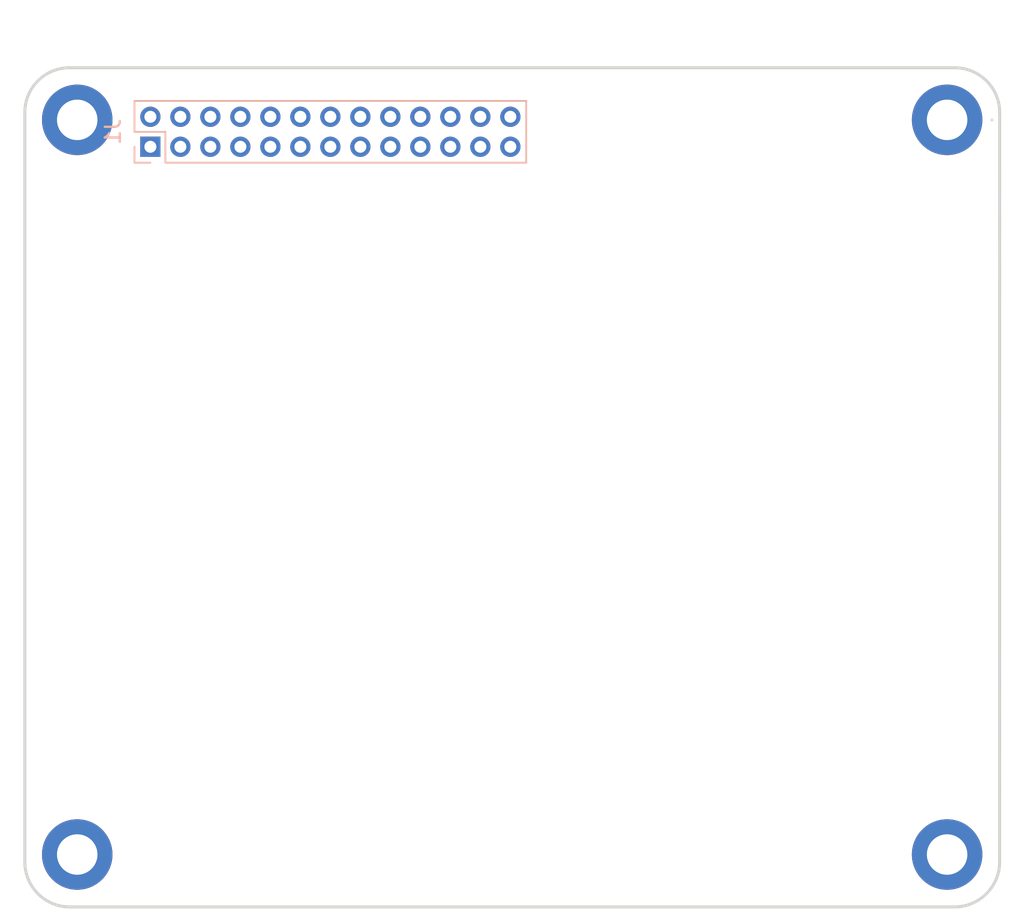
<source format=kicad_pcb>
(kicad_pcb (version 20171130) (host pcbnew 5.1.5+dfsg1-2build2)

  (general
    (thickness 1.6)
    (drawings 1420)
    (tracks 0)
    (zones 0)
    (modules 5)
    (nets 1)
  )

  (page A4)
  (layers
    (0 F.Cu signal)
    (31 B.Cu signal)
    (32 B.Adhes user)
    (33 F.Adhes user)
    (34 B.Paste user)
    (35 F.Paste user)
    (36 B.SilkS user)
    (37 F.SilkS user)
    (38 B.Mask user)
    (39 F.Mask user)
    (40 Dwgs.User user)
    (41 Cmts.User user)
    (42 Eco1.User user)
    (43 Eco2.User user)
    (44 Edge.Cuts user)
    (45 Margin user)
    (46 B.CrtYd user)
    (47 F.CrtYd user)
    (48 B.Fab user)
    (49 F.Fab user)
  )

  (setup
    (last_trace_width 0.25)
    (trace_clearance 0.2)
    (zone_clearance 0.508)
    (zone_45_only no)
    (trace_min 0.2)
    (via_size 0.8)
    (via_drill 0.4)
    (via_min_size 0.4)
    (via_min_drill 0.3)
    (uvia_size 0.3)
    (uvia_drill 0.1)
    (uvias_allowed no)
    (uvia_min_size 0.2)
    (uvia_min_drill 0.1)
    (edge_width 0.05)
    (segment_width 0.2)
    (pcb_text_width 0.3)
    (pcb_text_size 1.5 1.5)
    (mod_edge_width 0.12)
    (mod_text_size 1 1)
    (mod_text_width 0.15)
    (pad_size 1.524 1.524)
    (pad_drill 0.762)
    (pad_to_mask_clearance 0.051)
    (solder_mask_min_width 0.25)
    (aux_axis_origin 0 0)
    (visible_elements FFFFFF7F)
    (pcbplotparams
      (layerselection 0x010fc_ffffffff)
      (usegerberextensions false)
      (usegerberattributes false)
      (usegerberadvancedattributes false)
      (creategerberjobfile false)
      (excludeedgelayer true)
      (linewidth 0.100000)
      (plotframeref false)
      (viasonmask false)
      (mode 1)
      (useauxorigin false)
      (hpglpennumber 1)
      (hpglpenspeed 20)
      (hpglpendiameter 15.000000)
      (psnegative false)
      (psa4output false)
      (plotreference true)
      (plotvalue true)
      (plotinvisibletext false)
      (padsonsilk false)
      (subtractmaskfromsilk false)
      (outputformat 1)
      (mirror false)
      (drillshape 1)
      (scaleselection 1)
      (outputdirectory ""))
  )

  (net 0 "")

  (net_class Default "This is the default net class."
    (clearance 0.2)
    (trace_width 0.25)
    (via_dia 0.8)
    (via_drill 0.4)
    (uvia_dia 0.3)
    (uvia_drill 0.1)
    (add_net "Net-(J1-Pad1)")
    (add_net "Net-(J1-Pad10)")
    (add_net "Net-(J1-Pad11)")
    (add_net "Net-(J1-Pad12)")
    (add_net "Net-(J1-Pad13)")
    (add_net "Net-(J1-Pad14)")
    (add_net "Net-(J1-Pad15)")
    (add_net "Net-(J1-Pad16)")
    (add_net "Net-(J1-Pad17)")
    (add_net "Net-(J1-Pad18)")
    (add_net "Net-(J1-Pad19)")
    (add_net "Net-(J1-Pad2)")
    (add_net "Net-(J1-Pad20)")
    (add_net "Net-(J1-Pad21)")
    (add_net "Net-(J1-Pad22)")
    (add_net "Net-(J1-Pad23)")
    (add_net "Net-(J1-Pad24)")
    (add_net "Net-(J1-Pad25)")
    (add_net "Net-(J1-Pad26)")
    (add_net "Net-(J1-Pad3)")
    (add_net "Net-(J1-Pad4)")
    (add_net "Net-(J1-Pad5)")
    (add_net "Net-(J1-Pad6)")
    (add_net "Net-(J1-Pad7)")
    (add_net "Net-(J1-Pad8)")
    (add_net "Net-(J1-Pad9)")
  )

  (module Connector_PinSocket_2.00mm:PinSocket_2x13_P2.00mm_Vertical (layer B.Cu) (tedit 5A19A42F) (tstamp 5F1A9E8C)
    (at 104.878 52.785 270)
    (descr "Through hole straight socket strip, 2x13, 2.00mm pitch, double cols (from Kicad 4.0.7), script generated")
    (tags "Through hole socket strip THT 2x13 2.00mm double row")
    (path /5F1A5F56)
    (fp_text reference J1 (at -1 2.5 90) (layer B.SilkS)
      (effects (font (size 1 1) (thickness 0.15)) (justify mirror))
    )
    (fp_text value "SIPEED_TANG_HEX(J16)" (at -1 -26.5 90) (layer B.Fab)
      (effects (font (size 1 1) (thickness 0.15)) (justify mirror))
    )
    (fp_text user %R (at -1 -12 180) (layer B.Fab)
      (effects (font (size 1 1) (thickness 0.15)) (justify mirror))
    )
    (fp_line (start -3.5 -25.5) (end -3.5 1.5) (layer B.CrtYd) (width 0.05))
    (fp_line (start 1.5 -25.5) (end -3.5 -25.5) (layer B.CrtYd) (width 0.05))
    (fp_line (start 1.5 1.5) (end 1.5 -25.5) (layer B.CrtYd) (width 0.05))
    (fp_line (start -3.5 1.5) (end 1.5 1.5) (layer B.CrtYd) (width 0.05))
    (fp_line (start 0 1.06) (end 1.06 1.06) (layer B.SilkS) (width 0.12))
    (fp_line (start 1.06 1.06) (end 1.06 0) (layer B.SilkS) (width 0.12))
    (fp_line (start -1 1.06) (end -1 -1) (layer B.SilkS) (width 0.12))
    (fp_line (start -1 -1) (end 1.06 -1) (layer B.SilkS) (width 0.12))
    (fp_line (start 1.06 -1) (end 1.06 -25.06) (layer B.SilkS) (width 0.12))
    (fp_line (start -3.06 -25.06) (end 1.06 -25.06) (layer B.SilkS) (width 0.12))
    (fp_line (start -3.06 1.06) (end -3.06 -25.06) (layer B.SilkS) (width 0.12))
    (fp_line (start -3.06 1.06) (end -1 1.06) (layer B.SilkS) (width 0.12))
    (fp_line (start -3 -25) (end -3 1) (layer B.Fab) (width 0.1))
    (fp_line (start 1 -25) (end -3 -25) (layer B.Fab) (width 0.1))
    (fp_line (start 1 0) (end 1 -25) (layer B.Fab) (width 0.1))
    (fp_line (start 0 1) (end 1 0) (layer B.Fab) (width 0.1))
    (fp_line (start -3 1) (end 0 1) (layer B.Fab) (width 0.1))
    (pad 26 thru_hole oval (at -2 -24 270) (size 1.35 1.35) (drill 0.8) (layers *.Cu *.Mask))
    (pad 25 thru_hole oval (at 0 -24 270) (size 1.35 1.35) (drill 0.8) (layers *.Cu *.Mask))
    (pad 24 thru_hole oval (at -2 -22 270) (size 1.35 1.35) (drill 0.8) (layers *.Cu *.Mask))
    (pad 23 thru_hole oval (at 0 -22 270) (size 1.35 1.35) (drill 0.8) (layers *.Cu *.Mask))
    (pad 22 thru_hole oval (at -2 -20 270) (size 1.35 1.35) (drill 0.8) (layers *.Cu *.Mask))
    (pad 21 thru_hole oval (at 0 -20 270) (size 1.35 1.35) (drill 0.8) (layers *.Cu *.Mask))
    (pad 20 thru_hole oval (at -2 -18 270) (size 1.35 1.35) (drill 0.8) (layers *.Cu *.Mask))
    (pad 19 thru_hole oval (at 0 -18 270) (size 1.35 1.35) (drill 0.8) (layers *.Cu *.Mask))
    (pad 18 thru_hole oval (at -2 -16 270) (size 1.35 1.35) (drill 0.8) (layers *.Cu *.Mask))
    (pad 17 thru_hole oval (at 0 -16 270) (size 1.35 1.35) (drill 0.8) (layers *.Cu *.Mask))
    (pad 16 thru_hole oval (at -2 -14 270) (size 1.35 1.35) (drill 0.8) (layers *.Cu *.Mask))
    (pad 15 thru_hole oval (at 0 -14 270) (size 1.35 1.35) (drill 0.8) (layers *.Cu *.Mask))
    (pad 14 thru_hole oval (at -2 -12 270) (size 1.35 1.35) (drill 0.8) (layers *.Cu *.Mask))
    (pad 13 thru_hole oval (at 0 -12 270) (size 1.35 1.35) (drill 0.8) (layers *.Cu *.Mask))
    (pad 12 thru_hole oval (at -2 -10 270) (size 1.35 1.35) (drill 0.8) (layers *.Cu *.Mask))
    (pad 11 thru_hole oval (at 0 -10 270) (size 1.35 1.35) (drill 0.8) (layers *.Cu *.Mask))
    (pad 10 thru_hole oval (at -2 -8 270) (size 1.35 1.35) (drill 0.8) (layers *.Cu *.Mask))
    (pad 9 thru_hole oval (at 0 -8 270) (size 1.35 1.35) (drill 0.8) (layers *.Cu *.Mask))
    (pad 8 thru_hole oval (at -2 -6 270) (size 1.35 1.35) (drill 0.8) (layers *.Cu *.Mask))
    (pad 7 thru_hole oval (at 0 -6 270) (size 1.35 1.35) (drill 0.8) (layers *.Cu *.Mask))
    (pad 6 thru_hole oval (at -2 -4 270) (size 1.35 1.35) (drill 0.8) (layers *.Cu *.Mask))
    (pad 5 thru_hole oval (at 0 -4 270) (size 1.35 1.35) (drill 0.8) (layers *.Cu *.Mask))
    (pad 4 thru_hole oval (at -2 -2 270) (size 1.35 1.35) (drill 0.8) (layers *.Cu *.Mask))
    (pad 3 thru_hole oval (at 0 -2 270) (size 1.35 1.35) (drill 0.8) (layers *.Cu *.Mask))
    (pad 2 thru_hole oval (at -2 0 270) (size 1.35 1.35) (drill 0.8) (layers *.Cu *.Mask))
    (pad 1 thru_hole rect (at 0 0 270) (size 1.35 1.35) (drill 0.8) (layers *.Cu *.Mask))
    (model ${KISYS3DMOD}/Connector_PinSocket_2.00mm.3dshapes/PinSocket_2x13_P2.00mm_Vertical.wrl
      (at (xyz 0 0 0))
      (scale (xyz 1 1 1))
      (rotate (xyz 0 0 0))
    )
  )

  (module MountingHole:MountingHole_2.7mm_M2.5_DIN965_Pad (layer F.Cu) (tedit 56D1B4CB) (tstamp 5F1A9E5C)
    (at 158 100)
    (descr "Mounting Hole 2.7mm, M2.5, DIN965")
    (tags "mounting hole 2.7mm m2.5 din965")
    (path /5F1A77A3)
    (attr virtual)
    (fp_text reference H4 (at 0 -3.35) (layer F.SilkS) hide
      (effects (font (size 1 1) (thickness 0.15)))
    )
    (fp_text value MountingHole (at 0 3.35) (layer F.Fab)
      (effects (font (size 1 1) (thickness 0.15)))
    )
    (fp_circle (center 0 0) (end 2.6 0) (layer F.CrtYd) (width 0.05))
    (fp_circle (center 0 0) (end 2.35 0) (layer Cmts.User) (width 0.15))
    (fp_text user %R (at 0.3 0) (layer F.Fab)
      (effects (font (size 1 1) (thickness 0.15)))
    )
    (pad 1 thru_hole circle (at 0 0) (size 4.7 4.7) (drill 2.7) (layers *.Cu *.Mask))
  )

  (module MountingHole:MountingHole_2.7mm_M2.5_DIN965_Pad (layer F.Cu) (tedit 56D1B4CB) (tstamp 5F1A9E54)
    (at 158 50.99)
    (descr "Mounting Hole 2.7mm, M2.5, DIN965")
    (tags "mounting hole 2.7mm m2.5 din965")
    (path /5F1A74FB)
    (attr virtual)
    (fp_text reference H3 (at 0 -3.35) (layer F.SilkS) hide
      (effects (font (size 1 1) (thickness 0.15)))
    )
    (fp_text value MountingHole (at 0 3.35) (layer F.Fab)
      (effects (font (size 1 1) (thickness 0.15)))
    )
    (fp_circle (center 0 0) (end 2.6 0) (layer F.CrtYd) (width 0.05))
    (fp_circle (center 0 0) (end 2.35 0) (layer Cmts.User) (width 0.15))
    (fp_text user %R (at 0.3 0) (layer F.Fab)
      (effects (font (size 1 1) (thickness 0.15)))
    )
    (pad 1 thru_hole circle (at 0 0) (size 4.7 4.7) (drill 2.7) (layers *.Cu *.Mask))
  )

  (module MountingHole:MountingHole_2.7mm_M2.5_DIN965_Pad (layer F.Cu) (tedit 56D1B4CB) (tstamp 5F1A9E4C)
    (at 100 50.99)
    (descr "Mounting Hole 2.7mm, M2.5, DIN965")
    (tags "mounting hole 2.7mm m2.5 din965")
    (path /5F1A72BE)
    (attr virtual)
    (fp_text reference H2 (at 0 -3.35) (layer F.SilkS) hide
      (effects (font (size 1 1) (thickness 0.15)))
    )
    (fp_text value MountingHole (at 0 3.35) (layer F.Fab)
      (effects (font (size 1 1) (thickness 0.15)))
    )
    (fp_circle (center 0 0) (end 2.6 0) (layer F.CrtYd) (width 0.05))
    (fp_circle (center 0 0) (end 2.35 0) (layer Cmts.User) (width 0.15))
    (fp_text user %R (at 0.3 0) (layer F.Fab)
      (effects (font (size 1 1) (thickness 0.15)))
    )
    (pad 1 thru_hole circle (at 0 0) (size 4.7 4.7) (drill 2.7) (layers *.Cu *.Mask))
  )

  (module MountingHole:MountingHole_2.7mm_M2.5_DIN965_Pad (layer F.Cu) (tedit 56D1B4CB) (tstamp 5F1A9E44)
    (at 100 100)
    (descr "Mounting Hole 2.7mm, M2.5, DIN965")
    (tags "mounting hole 2.7mm m2.5 din965")
    (path /5F1A682C)
    (attr virtual)
    (fp_text reference H1 (at 0 -3.35) (layer F.SilkS) hide
      (effects (font (size 1 1) (thickness 0.15)))
    )
    (fp_text value MountingHole (at 0 3.35) (layer F.Fab)
      (effects (font (size 1 1) (thickness 0.15)))
    )
    (fp_circle (center 0 0) (end 2.6 0) (layer F.CrtYd) (width 0.05))
    (fp_circle (center 0 0) (end 2.35 0) (layer Cmts.User) (width 0.15))
    (fp_text user %R (at 0.3 0) (layer F.Fab)
      (effects (font (size 1 1) (thickness 0.15)))
    )
    (pad 1 thru_hole circle (at 0 0) (size 4.7 4.7) (drill 2.7) (layers *.Cu *.Mask))
  )

  (gr_line (start 161.505321 50.494642) (end 161.500643 100.497041) (layer Cmts.User) (width 0.2))
  (gr_line (start 99.488757 47.512392) (end 158.50887 47.512392) (layer Cmts.User) (width 0.2))
  (gr_curve (pts (xy 161.505321 50.494642) (xy 161.505321 48.847304) (xy 160.156208 47.512392) (xy 158.50887 47.512392)) (layer Cmts.User) (width 0.2))
  (gr_line (start 158.504192 103.493493) (end 99.488757 103.493493) (layer Cmts.User) (width 0.2))
  (gr_curve (pts (xy 158.504192 103.493493) (xy 160.15153 103.493493) (xy 161.500643 102.14438) (xy 161.500643 100.497041)) (layer Cmts.User) (width 0.2))
  (gr_line (start 96.506506 50.494642) (end 96.506506 100.497041) (layer Cmts.User) (width 0.2))
  (gr_line (start 128.430787 52.511212) (end 128.430787 55.564468) (layer Cmts.User) (width 0.2))
  (gr_line (start 129.325462 52.511212) (end 128.430787 52.511212) (layer Cmts.User) (width 0.2))
  (gr_line (start 129.325462 55.564468) (end 129.325462 52.511212) (layer Cmts.User) (width 0.2))
  (gr_line (start 128.430787 55.564468) (end 129.325462 55.564468) (layer Cmts.User) (width 0.2))
  (gr_line (start 118.433147 48.009433) (end 118.433147 51.06269) (layer Cmts.User) (width 0.2))
  (gr_line (start 119.327822 48.009433) (end 118.433147 48.009433) (layer Cmts.User) (width 0.2))
  (gr_line (start 119.327822 51.06269) (end 119.327822 48.009433) (layer Cmts.User) (width 0.2))
  (gr_line (start 118.433147 51.06269) (end 119.327822 51.06269) (layer Cmts.User) (width 0.2))
  (gr_line (start 116.430779 52.511212) (end 116.430779 55.564468) (layer Cmts.User) (width 0.2))
  (gr_line (start 117.325454 52.511212) (end 116.430779 52.511212) (layer Cmts.User) (width 0.2))
  (gr_line (start 117.325454 55.564468) (end 117.325454 52.511212) (layer Cmts.User) (width 0.2))
  (gr_line (start 116.430779 55.564468) (end 117.325454 55.564468) (layer Cmts.User) (width 0.2))
  (gr_line (start 108.421307 48.009433) (end 108.421307 51.06269) (layer Cmts.User) (width 0.2))
  (gr_line (start 109.315982 48.009433) (end 108.421307 48.009433) (layer Cmts.User) (width 0.2))
  (gr_line (start 109.315982 51.06269) (end 109.315982 48.009433) (layer Cmts.User) (width 0.2))
  (gr_line (start 108.421307 51.06269) (end 109.315982 51.06269) (layer Cmts.User) (width 0.2))
  (gr_line (start 110.423675 52.511212) (end 110.423675 55.564468) (layer Cmts.User) (width 0.2))
  (gr_line (start 111.31835 52.511212) (end 110.423675 52.511212) (layer Cmts.User) (width 0.2))
  (gr_line (start 111.31835 55.564468) (end 111.31835 52.511212) (layer Cmts.User) (width 0.2))
  (gr_line (start 110.423675 55.564468) (end 111.31835 55.564468) (layer Cmts.User) (width 0.2))
  (gr_line (start 107.952667 87.559755) (end 107.796454 87.588157) (layer Cmts.User) (width 0.2))
  (gr_line (start 108.080478 87.474548) (end 107.952667 87.559755) (layer Cmts.User) (width 0.2))
  (gr_line (start 108.165685 87.346737) (end 108.080478 87.474548) (layer Cmts.User) (width 0.2))
  (gr_line (start 108.208289 87.204725) (end 108.165685 87.346737) (layer Cmts.User) (width 0.2))
  (gr_line (start 108.165685 87.034311) (end 108.208289 87.204725) (layer Cmts.User) (width 0.2))
  (gr_line (start 108.080478 86.9065) (end 108.165685 87.034311) (layer Cmts.User) (width 0.2))
  (gr_line (start 107.952667 86.821293) (end 108.080478 86.9065) (layer Cmts.User) (width 0.2))
  (gr_line (start 107.796454 86.778689) (end 107.952667 86.821293) (layer Cmts.User) (width 0.2))
  (gr_line (start 106.220122 86.778689) (end 107.796454 86.778689) (layer Cmts.User) (width 0.2))
  (gr_line (start 106.063909 86.821293) (end 106.220122 86.778689) (layer Cmts.User) (width 0.2))
  (gr_line (start 105.936098 86.9065) (end 106.063909 86.821293) (layer Cmts.User) (width 0.2))
  (gr_line (start 105.850891 87.034311) (end 105.936098 86.9065) (layer Cmts.User) (width 0.2))
  (gr_line (start 105.808287 87.176323) (end 105.850891 87.034311) (layer Cmts.User) (width 0.2))
  (gr_line (start 105.850891 87.346737) (end 105.808287 87.176323) (layer Cmts.User) (width 0.2))
  (gr_line (start 105.936098 87.474548) (end 105.850891 87.346737) (layer Cmts.User) (width 0.2))
  (gr_line (start 106.063909 87.559755) (end 105.936098 87.474548) (layer Cmts.User) (width 0.2))
  (gr_line (start 106.220122 87.588157) (end 106.063909 87.559755) (layer Cmts.User) (width 0.2))
  (gr_line (start 107.796454 87.588157) (end 106.220122 87.588157) (layer Cmts.User) (width 0.2))
  (gr_line (start 108.009472 87.815376) (end 107.796454 87.843779) (layer Cmts.User) (width 0.2))
  (gr_line (start 108.194088 87.730169) (end 108.009472 87.815376) (layer Cmts.User) (width 0.2))
  (gr_line (start 108.336099 87.588157) (end 108.194088 87.730169) (layer Cmts.User) (width 0.2))
  (gr_line (start 108.421307 87.403542) (end 108.336099 87.588157) (layer Cmts.User) (width 0.2))
  (gr_line (start 108.46391 87.204725) (end 108.421307 87.403542) (layer Cmts.User) (width 0.2))
  (gr_line (start 108.421307 86.977506) (end 108.46391 87.204725) (layer Cmts.User) (width 0.2))
  (gr_line (start 108.336099 86.79289) (end 108.421307 86.977506) (layer Cmts.User) (width 0.2))
  (gr_line (start 108.194088 86.650878) (end 108.336099 86.79289) (layer Cmts.User) (width 0.2))
  (gr_line (start 108.009472 86.565671) (end 108.194088 86.650878) (layer Cmts.User) (width 0.2))
  (gr_line (start 107.796454 86.523068) (end 108.009472 86.565671) (layer Cmts.User) (width 0.2))
  (gr_line (start 106.220122 86.523068) (end 107.796454 86.523068) (layer Cmts.User) (width 0.2))
  (gr_line (start 106.007104 86.565671) (end 106.220122 86.523068) (layer Cmts.User) (width 0.2))
  (gr_line (start 105.822488 86.650878) (end 106.007104 86.565671) (layer Cmts.User) (width 0.2))
  (gr_line (start 105.680477 86.79289) (end 105.822488 86.650878) (layer Cmts.User) (width 0.2))
  (gr_line (start 105.595269 86.977506) (end 105.680477 86.79289) (layer Cmts.User) (width 0.2))
  (gr_line (start 105.552666 87.176323) (end 105.595269 86.977506) (layer Cmts.User) (width 0.2))
  (gr_line (start 105.595269 87.403542) (end 105.552666 87.176323) (layer Cmts.User) (width 0.2))
  (gr_line (start 105.680477 87.588157) (end 105.595269 87.403542) (layer Cmts.User) (width 0.2))
  (gr_line (start 105.822488 87.730169) (end 105.680477 87.588157) (layer Cmts.User) (width 0.2))
  (gr_line (start 106.007104 87.815376) (end 105.822488 87.730169) (layer Cmts.User) (width 0.2))
  (gr_line (start 106.220122 87.843779) (end 106.007104 87.815376) (layer Cmts.User) (width 0.2))
  (gr_line (start 107.796454 87.843779) (end 106.220122 87.843779) (layer Cmts.User) (width 0.2))
  (gr_line (start 107.952667 92.757391) (end 107.796454 92.785794) (layer Cmts.User) (width 0.2))
  (gr_line (start 108.080478 92.672184) (end 107.952667 92.757391) (layer Cmts.User) (width 0.2))
  (gr_line (start 108.165685 92.544373) (end 108.080478 92.672184) (layer Cmts.User) (width 0.2))
  (gr_line (start 108.208289 92.402361) (end 108.165685 92.544373) (layer Cmts.User) (width 0.2))
  (gr_line (start 108.165685 92.231947) (end 108.208289 92.402361) (layer Cmts.User) (width 0.2))
  (gr_line (start 108.080478 92.104136) (end 108.165685 92.231947) (layer Cmts.User) (width 0.2))
  (gr_line (start 107.952667 92.018929) (end 108.080478 92.104136) (layer Cmts.User) (width 0.2))
  (gr_line (start 107.796454 91.976326) (end 107.952667 92.018929) (layer Cmts.User) (width 0.2))
  (gr_line (start 106.220122 91.976326) (end 107.796454 91.976326) (layer Cmts.User) (width 0.2))
  (gr_line (start 106.063909 92.018929) (end 106.220122 91.976326) (layer Cmts.User) (width 0.2))
  (gr_line (start 105.936098 92.104136) (end 106.063909 92.018929) (layer Cmts.User) (width 0.2))
  (gr_line (start 105.850891 92.231947) (end 105.936098 92.104136) (layer Cmts.User) (width 0.2))
  (gr_line (start 105.808287 92.373959) (end 105.850891 92.231947) (layer Cmts.User) (width 0.2))
  (gr_line (start 105.850891 92.544373) (end 105.808287 92.373959) (layer Cmts.User) (width 0.2))
  (gr_line (start 105.936098 92.672184) (end 105.850891 92.544373) (layer Cmts.User) (width 0.2))
  (gr_line (start 106.063909 92.757391) (end 105.936098 92.672184) (layer Cmts.User) (width 0.2))
  (gr_line (start 106.220122 92.785794) (end 106.063909 92.757391) (layer Cmts.User) (width 0.2))
  (gr_line (start 107.796454 92.785794) (end 106.220122 92.785794) (layer Cmts.User) (width 0.2))
  (gr_line (start 108.009472 93.013013) (end 107.796454 93.041415) (layer Cmts.User) (width 0.2))
  (gr_line (start 108.194088 92.927805) (end 108.009472 93.013013) (layer Cmts.User) (width 0.2))
  (gr_line (start 108.336099 92.785794) (end 108.194088 92.927805) (layer Cmts.User) (width 0.2))
  (gr_line (start 108.421307 92.601178) (end 108.336099 92.785794) (layer Cmts.User) (width 0.2))
  (gr_line (start 108.46391 92.402361) (end 108.421307 92.601178) (layer Cmts.User) (width 0.2))
  (gr_line (start 108.421307 92.175142) (end 108.46391 92.402361) (layer Cmts.User) (width 0.2))
  (gr_line (start 108.336099 91.990527) (end 108.421307 92.175142) (layer Cmts.User) (width 0.2))
  (gr_line (start 108.194088 91.848515) (end 108.336099 91.990527) (layer Cmts.User) (width 0.2))
  (gr_line (start 108.009472 91.763308) (end 108.194088 91.848515) (layer Cmts.User) (width 0.2))
  (gr_line (start 107.796454 91.720704) (end 108.009472 91.763308) (layer Cmts.User) (width 0.2))
  (gr_line (start 106.220122 91.720704) (end 107.796454 91.720704) (layer Cmts.User) (width 0.2))
  (gr_line (start 106.007104 91.763308) (end 106.220122 91.720704) (layer Cmts.User) (width 0.2))
  (gr_line (start 105.822488 91.848515) (end 106.007104 91.763308) (layer Cmts.User) (width 0.2))
  (gr_line (start 105.680477 91.990527) (end 105.822488 91.848515) (layer Cmts.User) (width 0.2))
  (gr_line (start 105.595269 92.175142) (end 105.680477 91.990527) (layer Cmts.User) (width 0.2))
  (gr_line (start 105.552666 92.373959) (end 105.595269 92.175142) (layer Cmts.User) (width 0.2))
  (gr_line (start 105.595269 92.601178) (end 105.552666 92.373959) (layer Cmts.User) (width 0.2))
  (gr_line (start 105.680477 92.785794) (end 105.595269 92.601178) (layer Cmts.User) (width 0.2))
  (gr_line (start 105.822488 92.927805) (end 105.680477 92.785794) (layer Cmts.User) (width 0.2))
  (gr_line (start 106.007104 93.013013) (end 105.822488 92.927805) (layer Cmts.User) (width 0.2))
  (gr_line (start 106.220122 93.041415) (end 106.007104 93.013013) (layer Cmts.User) (width 0.2))
  (gr_line (start 107.796454 93.041415) (end 106.220122 93.041415) (layer Cmts.User) (width 0.2))
  (gr_line (start 101.377515 50.991684) (end 101.377515 50.991684) (layer Cmts.User) (width 0.2))
  (gr_line (start 102.996451 50.991684) (end 102.996451 50.991684) (layer Cmts.User) (width 0.2))
  (gr_curve (pts (xy 100 52.3692) (xy 100.752663 52.3692) (xy 101.377515 51.744347) (xy 101.377515 50.991684)) (layer Cmts.User) (width 0.2))
  (gr_curve (pts (xy 98.636685 50.991684) (xy 98.636685 51.744347) (xy 99.247336 52.3692) (xy 100 52.3692)) (layer Cmts.User) (width 0.2))
  (gr_curve (pts (xy 100 49.628369) (xy 99.247336 49.628369) (xy 98.636685 50.239021) (xy 98.636685 50.991684)) (layer Cmts.User) (width 0.2))
  (gr_curve (pts (xy 101.377515 50.991684) (xy 101.377515 50.239021) (xy 100.752663 49.628369) (xy 100 49.628369)) (layer Cmts.User) (width 0.2))
  (gr_curve (pts (xy 100 53.988136) (xy 101.647338 53.988136) (xy 102.996451 52.639022) (xy 102.996451 50.991684)) (layer Cmts.User) (width 0.2))
  (gr_curve (pts (xy 97.017749 50.991684) (xy 97.017749 52.639022) (xy 98.352661 53.988136) (xy 100 53.988136)) (layer Cmts.User) (width 0.2))
  (gr_curve (pts (xy 100 48.009433) (xy 98.352661 48.009433) (xy 97.017749 49.344346) (xy 97.017749 50.991684)) (layer Cmts.User) (width 0.2))
  (gr_curve (pts (xy 102.996451 50.991684) (xy 102.996451 49.344346) (xy 101.647338 48.009433) (xy 100 48.009433)) (layer Cmts.User) (width 0.2))
  (gr_line (start 100.894675 86.452062) (end 100.766864 86.480464) (layer Cmts.User) (width 0.2))
  (gr_line (start 100.979882 86.366855) (end 100.894675 86.452062) (layer Cmts.User) (width 0.2))
  (gr_line (start 101.022485 86.253245) (end 100.979882 86.366855) (layer Cmts.User) (width 0.2))
  (gr_line (start 100.979882 86.111233) (end 101.022485 86.253245) (layer Cmts.User) (width 0.2))
  (gr_line (start 100.894675 86.026026) (end 100.979882 86.111233) (layer Cmts.User) (width 0.2))
  (gr_line (start 100.766864 85.983422) (end 100.894675 86.026026) (layer Cmts.User) (width 0.2))
  (gr_line (start 98.22485 85.983422) (end 100.766864 85.983422) (layer Cmts.User) (width 0.2))
  (gr_line (start 98.09704 86.026026) (end 98.22485 85.983422) (layer Cmts.User) (width 0.2))
  (gr_line (start 98.011832 86.111233) (end 98.09704 86.026026) (layer Cmts.User) (width 0.2))
  (gr_line (start 97.969229 86.224843) (end 98.011832 86.111233) (layer Cmts.User) (width 0.2))
  (gr_line (start 98.011832 86.366855) (end 97.969229 86.224843) (layer Cmts.User) (width 0.2))
  (gr_line (start 98.09704 86.452062) (end 98.011832 86.366855) (layer Cmts.User) (width 0.2))
  (gr_line (start 98.22485 86.480464) (end 98.09704 86.452062) (layer Cmts.User) (width 0.2))
  (gr_line (start 100.766864 86.480464) (end 98.22485 86.480464) (layer Cmts.User) (width 0.2))
  (gr_line (start 100.965681 86.707683) (end 100.766864 86.736085) (layer Cmts.User) (width 0.2))
  (gr_line (start 101.121894 86.594074) (end 100.965681 86.707683) (layer Cmts.User) (width 0.2))
  (gr_line (start 101.235503 86.43786) (end 101.121894 86.594074) (layer Cmts.User) (width 0.2))
  (gr_line (start 101.278107 86.253245) (end 101.235503 86.43786) (layer Cmts.User) (width 0.2))
  (gr_line (start 101.235503 86.040227) (end 101.278107 86.253245) (layer Cmts.User) (width 0.2))
  (gr_line (start 101.121894 85.884014) (end 101.235503 86.040227) (layer Cmts.User) (width 0.2))
  (gr_line (start 100.965681 85.770405) (end 101.121894 85.884014) (layer Cmts.User) (width 0.2))
  (gr_line (start 100.766864 85.727801) (end 100.965681 85.770405) (layer Cmts.User) (width 0.2))
  (gr_line (start 98.22485 85.727801) (end 100.766864 85.727801) (layer Cmts.User) (width 0.2))
  (gr_line (start 98.026034 85.770405) (end 98.22485 85.727801) (layer Cmts.User) (width 0.2))
  (gr_line (start 97.869821 85.884014) (end 98.026034 85.770405) (layer Cmts.User) (width 0.2))
  (gr_line (start 97.756211 86.040227) (end 97.869821 85.884014) (layer Cmts.User) (width 0.2))
  (gr_line (start 97.713607 86.224843) (end 97.756211 86.040227) (layer Cmts.User) (width 0.2))
  (gr_line (start 97.756211 86.43786) (end 97.713607 86.224843) (layer Cmts.User) (width 0.2))
  (gr_line (start 97.869821 86.594074) (end 97.756211 86.43786) (layer Cmts.User) (width 0.2))
  (gr_line (start 98.026034 86.707683) (end 97.869821 86.594074) (layer Cmts.User) (width 0.2))
  (gr_line (start 98.22485 86.736085) (end 98.026034 86.707683) (layer Cmts.User) (width 0.2))
  (gr_line (start 100.766864 86.736085) (end 98.22485 86.736085) (layer Cmts.User) (width 0.2))
  (gr_line (start 100.894675 96.250885) (end 100.766864 96.279287) (layer Cmts.User) (width 0.2))
  (gr_line (start 100.979882 96.165677) (end 100.894675 96.250885) (layer Cmts.User) (width 0.2))
  (gr_line (start 101.022485 96.052068) (end 100.979882 96.165677) (layer Cmts.User) (width 0.2))
  (gr_line (start 100.979882 95.910056) (end 101.022485 96.052068) (layer Cmts.User) (width 0.2))
  (gr_line (start 100.894675 95.824849) (end 100.979882 95.910056) (layer Cmts.User) (width 0.2))
  (gr_line (start 100.766864 95.782245) (end 100.894675 95.824849) (layer Cmts.User) (width 0.2))
  (gr_line (start 98.22485 95.782245) (end 100.766864 95.782245) (layer Cmts.User) (width 0.2))
  (gr_line (start 98.09704 95.824849) (end 98.22485 95.782245) (layer Cmts.User) (width 0.2))
  (gr_line (start 98.011832 95.910056) (end 98.09704 95.824849) (layer Cmts.User) (width 0.2))
  (gr_line (start 97.969229 96.023666) (end 98.011832 95.910056) (layer Cmts.User) (width 0.2))
  (gr_line (start 98.011832 96.165677) (end 97.969229 96.023666) (layer Cmts.User) (width 0.2))
  (gr_line (start 98.09704 96.250885) (end 98.011832 96.165677) (layer Cmts.User) (width 0.2))
  (gr_line (start 98.22485 96.279287) (end 98.09704 96.250885) (layer Cmts.User) (width 0.2))
  (gr_line (start 100.766864 96.279287) (end 98.22485 96.279287) (layer Cmts.User) (width 0.2))
  (gr_line (start 100.965681 96.506506) (end 100.766864 96.534909) (layer Cmts.User) (width 0.2))
  (gr_line (start 101.121894 96.392896) (end 100.965681 96.506506) (layer Cmts.User) (width 0.2))
  (gr_line (start 101.235503 96.236683) (end 101.121894 96.392896) (layer Cmts.User) (width 0.2))
  (gr_line (start 101.278107 96.052068) (end 101.235503 96.236683) (layer Cmts.User) (width 0.2))
  (gr_line (start 101.235503 95.83905) (end 101.278107 96.052068) (layer Cmts.User) (width 0.2))
  (gr_line (start 101.121894 95.682837) (end 101.235503 95.83905) (layer Cmts.User) (width 0.2))
  (gr_line (start 100.965681 95.569227) (end 101.121894 95.682837) (layer Cmts.User) (width 0.2))
  (gr_line (start 100.766864 95.526624) (end 100.965681 95.569227) (layer Cmts.User) (width 0.2))
  (gr_line (start 98.22485 95.526624) (end 100.766864 95.526624) (layer Cmts.User) (width 0.2))
  (gr_line (start 98.026034 95.569227) (end 98.22485 95.526624) (layer Cmts.User) (width 0.2))
  (gr_line (start 97.869821 95.682837) (end 98.026034 95.569227) (layer Cmts.User) (width 0.2))
  (gr_line (start 97.756211 95.83905) (end 97.869821 95.682837) (layer Cmts.User) (width 0.2))
  (gr_line (start 97.713607 96.023666) (end 97.756211 95.83905) (layer Cmts.User) (width 0.2))
  (gr_line (start 97.756211 96.236683) (end 97.713607 96.023666) (layer Cmts.User) (width 0.2))
  (gr_line (start 97.869821 96.392896) (end 97.756211 96.236683) (layer Cmts.User) (width 0.2))
  (gr_line (start 98.026034 96.506506) (end 97.869821 96.392896) (layer Cmts.User) (width 0.2))
  (gr_line (start 98.22485 96.534909) (end 98.026034 96.506506) (layer Cmts.User) (width 0.2))
  (gr_line (start 100.766864 96.534909) (end 98.22485 96.534909) (layer Cmts.User) (width 0.2))
  (gr_line (start 101.377515 100) (end 101.377515 100) (layer Cmts.User) (width 0.2))
  (gr_line (start 102.996451 100) (end 102.996451 100) (layer Cmts.User) (width 0.2))
  (gr_curve (pts (xy 100 101.377515) (xy 100.752663 101.377515) (xy 101.377515 100.752662) (xy 101.377515 100)) (layer Cmts.User) (width 0.2))
  (gr_curve (pts (xy 98.636685 100) (xy 98.636685 100.752662) (xy 99.247336 101.377515) (xy 100 101.377515)) (layer Cmts.User) (width 0.2))
  (gr_curve (pts (xy 100 98.636685) (xy 99.247336 98.636685) (xy 98.636685 99.247336) (xy 98.636685 100)) (layer Cmts.User) (width 0.2))
  (gr_curve (pts (xy 101.377515 100) (xy 101.377515 99.247336) (xy 100.752663 98.636685) (xy 100 98.636685)) (layer Cmts.User) (width 0.2))
  (gr_curve (pts (xy 100 102.996451) (xy 101.647338 102.996451) (xy 102.996451 101.647338) (xy 102.996451 100)) (layer Cmts.User) (width 0.2))
  (gr_curve (pts (xy 97.017749 100) (xy 97.017749 101.647338) (xy 98.352661 102.996451) (xy 100 102.996451)) (layer Cmts.User) (width 0.2))
  (gr_curve (pts (xy 100 97.017749) (xy 98.352661 97.017749) (xy 97.017749 98.352661) (xy 97.017749 100)) (layer Cmts.User) (width 0.2))
  (gr_curve (pts (xy 102.996451 100) (xy 102.996451 98.352661) (xy 101.647338 97.017749) (xy 100 97.017749)) (layer Cmts.User) (width 0.2))
  (gr_line (start 159.375185 50.991684) (end 159.375185 50.991684) (layer Cmts.User) (width 0.2))
  (gr_line (start 160.994121 50.991684) (end 160.994121 50.991684) (layer Cmts.User) (width 0.2))
  (gr_curve (pts (xy 157.99767 52.3692) (xy 158.750333 52.3692) (xy 159.375185 51.744347) (xy 159.375185 50.991684)) (layer Cmts.User) (width 0.2))
  (gr_curve (pts (xy 156.634355 50.991684) (xy 156.634355 51.744347) (xy 157.245006 52.3692) (xy 157.99767 52.3692)) (layer Cmts.User) (width 0.2))
  (gr_curve (pts (xy 157.99767 49.628369) (xy 157.245006 49.628369) (xy 156.634355 50.239021) (xy 156.634355 50.991684)) (layer Cmts.User) (width 0.2))
  (gr_curve (pts (xy 159.375185 50.991684) (xy 159.375185 50.239021) (xy 158.750333 49.628369) (xy 157.99767 49.628369)) (layer Cmts.User) (width 0.2))
  (gr_curve (pts (xy 157.99767 53.988136) (xy 159.645008 53.988136) (xy 160.994121 52.639022) (xy 160.994121 50.991684)) (layer Cmts.User) (width 0.2))
  (gr_curve (pts (xy 155.015419 50.991684) (xy 155.015419 52.639022) (xy 156.350331 53.988136) (xy 157.99767 53.988136)) (layer Cmts.User) (width 0.2))
  (gr_curve (pts (xy 157.99767 48.009433) (xy 156.350331 48.009433) (xy 155.015419 49.344346) (xy 155.015419 50.991684)) (layer Cmts.User) (width 0.2))
  (gr_curve (pts (xy 160.994121 50.991684) (xy 160.994121 49.344346) (xy 159.645008 48.009433) (xy 157.99767 48.009433)) (layer Cmts.User) (width 0.2))
  (gr_line (start 159.375185 100) (end 159.375185 100) (layer Cmts.User) (width 0.2))
  (gr_line (start 160.994121 100) (end 160.994121 100) (layer Cmts.User) (width 0.2))
  (gr_curve (pts (xy 157.99767 101.377515) (xy 158.750333 101.377515) (xy 159.375185 100.752662) (xy 159.375185 100)) (layer Cmts.User) (width 0.2))
  (gr_curve (pts (xy 156.634355 100) (xy 156.634355 100.752662) (xy 157.245006 101.377515) (xy 157.99767 101.377515)) (layer Cmts.User) (width 0.2))
  (gr_curve (pts (xy 157.99767 98.636685) (xy 157.245006 98.636685) (xy 156.634355 99.247336) (xy 156.634355 100)) (layer Cmts.User) (width 0.2))
  (gr_curve (pts (xy 159.375185 100) (xy 159.375185 99.247336) (xy 158.750333 98.636685) (xy 157.99767 98.636685)) (layer Cmts.User) (width 0.2))
  (gr_curve (pts (xy 157.99767 102.996451) (xy 159.645008 102.996451) (xy 160.994121 101.647338) (xy 160.994121 100)) (layer Cmts.User) (width 0.2))
  (gr_curve (pts (xy 155.015419 100) (xy 155.015419 101.647338) (xy 156.350331 102.996451) (xy 157.99767 102.996451)) (layer Cmts.User) (width 0.2))
  (gr_curve (pts (xy 157.99767 97.017749) (xy 156.350331 97.017749) (xy 155.015419 98.352661) (xy 155.015419 100)) (layer Cmts.User) (width 0.2))
  (gr_curve (pts (xy 160.994121 100) (xy 160.994121 98.352661) (xy 159.645008 97.017749) (xy 157.99767 97.017749)) (layer Cmts.User) (width 0.2))
  (gr_line (start 128.430787 48.009433) (end 128.430787 51.06269) (layer Cmts.User) (width 0.2))
  (gr_line (start 129.325462 48.009433) (end 128.430787 48.009433) (layer Cmts.User) (width 0.2))
  (gr_line (start 129.325462 51.06269) (end 129.325462 48.009433) (layer Cmts.User) (width 0.2))
  (gr_line (start 128.430787 51.06269) (end 129.325462 51.06269) (layer Cmts.User) (width 0.2))
  (gr_line (start 126.428419 48.009433) (end 126.428419 51.06269) (layer Cmts.User) (width 0.2))
  (gr_line (start 127.323094 48.009433) (end 126.428419 48.009433) (layer Cmts.User) (width 0.2))
  (gr_line (start 127.323094 51.06269) (end 127.323094 48.009433) (layer Cmts.User) (width 0.2))
  (gr_line (start 126.428419 51.06269) (end 127.323094 51.06269) (layer Cmts.User) (width 0.2))
  (gr_line (start 124.42605 48.009433) (end 124.42605 51.06269) (layer Cmts.User) (width 0.2))
  (gr_line (start 125.320726 48.009433) (end 124.42605 48.009433) (layer Cmts.User) (width 0.2))
  (gr_line (start 125.320726 51.06269) (end 125.320726 48.009433) (layer Cmts.User) (width 0.2))
  (gr_line (start 124.42605 51.06269) (end 125.320726 51.06269) (layer Cmts.User) (width 0.2))
  (gr_line (start 126.428419 52.511212) (end 126.428419 55.564468) (layer Cmts.User) (width 0.2))
  (gr_line (start 127.323094 52.511212) (end 126.428419 52.511212) (layer Cmts.User) (width 0.2))
  (gr_line (start 127.323094 55.564468) (end 127.323094 52.511212) (layer Cmts.User) (width 0.2))
  (gr_line (start 126.428419 55.564468) (end 127.323094 55.564468) (layer Cmts.User) (width 0.2))
  (gr_line (start 124.42605 52.511212) (end 124.42605 55.564468) (layer Cmts.User) (width 0.2))
  (gr_line (start 125.320726 52.511212) (end 124.42605 52.511212) (layer Cmts.User) (width 0.2))
  (gr_line (start 125.320726 55.564468) (end 125.320726 52.511212) (layer Cmts.User) (width 0.2))
  (gr_line (start 124.42605 55.564468) (end 125.320726 55.564468) (layer Cmts.User) (width 0.2))
  (gr_line (start 122.423683 48.009433) (end 122.423683 51.06269) (layer Cmts.User) (width 0.2))
  (gr_line (start 123.318358 48.009433) (end 122.423683 48.009433) (layer Cmts.User) (width 0.2))
  (gr_line (start 123.318358 51.06269) (end 123.318358 48.009433) (layer Cmts.User) (width 0.2))
  (gr_line (start 122.423683 51.06269) (end 123.318358 51.06269) (layer Cmts.User) (width 0.2))
  (gr_line (start 120.421314 48.009433) (end 120.421314 51.06269) (layer Cmts.User) (width 0.2))
  (gr_line (start 121.31599 48.009433) (end 120.421314 48.009433) (layer Cmts.User) (width 0.2))
  (gr_line (start 121.31599 51.06269) (end 121.31599 48.009433) (layer Cmts.User) (width 0.2))
  (gr_line (start 120.421314 51.06269) (end 121.31599 51.06269) (layer Cmts.User) (width 0.2))
  (gr_line (start 122.423683 52.511212) (end 122.423683 55.564468) (layer Cmts.User) (width 0.2))
  (gr_line (start 123.318358 52.511212) (end 122.423683 52.511212) (layer Cmts.User) (width 0.2))
  (gr_line (start 123.318358 55.564468) (end 123.318358 52.511212) (layer Cmts.User) (width 0.2))
  (gr_line (start 122.423683 55.564468) (end 123.318358 55.564468) (layer Cmts.User) (width 0.2))
  (gr_line (start 120.421314 52.511212) (end 120.421314 55.564468) (layer Cmts.User) (width 0.2))
  (gr_line (start 121.31599 52.511212) (end 120.421314 52.511212) (layer Cmts.User) (width 0.2))
  (gr_line (start 121.31599 55.564468) (end 121.31599 52.511212) (layer Cmts.User) (width 0.2))
  (gr_line (start 120.421314 55.564468) (end 121.31599 55.564468) (layer Cmts.User) (width 0.2))
  (gr_line (start 116.430779 48.009433) (end 116.430779 51.06269) (layer Cmts.User) (width 0.2))
  (gr_line (start 117.325454 48.009433) (end 116.430779 48.009433) (layer Cmts.User) (width 0.2))
  (gr_line (start 117.325454 51.06269) (end 117.325454 48.009433) (layer Cmts.User) (width 0.2))
  (gr_line (start 116.430779 51.06269) (end 117.325454 51.06269) (layer Cmts.User) (width 0.2))
  (gr_line (start 118.433147 52.511212) (end 118.433147 55.564468) (layer Cmts.User) (width 0.2))
  (gr_line (start 119.327822 52.511212) (end 118.433147 52.511212) (layer Cmts.User) (width 0.2))
  (gr_line (start 119.327822 55.564468) (end 119.327822 52.511212) (layer Cmts.User) (width 0.2))
  (gr_line (start 118.433147 55.564468) (end 119.327822 55.564468) (layer Cmts.User) (width 0.2))
  (gr_line (start 114.428411 48.009433) (end 114.428411 51.06269) (layer Cmts.User) (width 0.2))
  (gr_line (start 115.323086 48.009433) (end 114.428411 48.009433) (layer Cmts.User) (width 0.2))
  (gr_line (start 115.323086 51.06269) (end 115.323086 48.009433) (layer Cmts.User) (width 0.2))
  (gr_line (start 114.428411 51.06269) (end 115.323086 51.06269) (layer Cmts.User) (width 0.2))
  (gr_line (start 112.426043 48.009433) (end 112.426043 51.06269) (layer Cmts.User) (width 0.2))
  (gr_line (start 113.320718 48.009433) (end 112.426043 48.009433) (layer Cmts.User) (width 0.2))
  (gr_line (start 113.320718 51.06269) (end 113.320718 48.009433) (layer Cmts.User) (width 0.2))
  (gr_line (start 112.426043 51.06269) (end 113.320718 51.06269) (layer Cmts.User) (width 0.2))
  (gr_line (start 114.428411 52.511212) (end 114.428411 55.564468) (layer Cmts.User) (width 0.2))
  (gr_line (start 115.323086 52.511212) (end 114.428411 52.511212) (layer Cmts.User) (width 0.2))
  (gr_line (start 115.323086 55.564468) (end 115.323086 52.511212) (layer Cmts.User) (width 0.2))
  (gr_line (start 114.428411 55.564468) (end 115.323086 55.564468) (layer Cmts.User) (width 0.2))
  (gr_line (start 112.426043 52.511212) (end 112.426043 55.564468) (layer Cmts.User) (width 0.2))
  (gr_line (start 113.320718 52.511212) (end 112.426043 52.511212) (layer Cmts.User) (width 0.2))
  (gr_line (start 113.320718 55.564468) (end 113.320718 52.511212) (layer Cmts.User) (width 0.2))
  (gr_line (start 112.426043 55.564468) (end 113.320718 55.564468) (layer Cmts.User) (width 0.2))
  (gr_line (start 110.423675 48.009433) (end 110.423675 51.06269) (layer Cmts.User) (width 0.2))
  (gr_line (start 111.31835 48.009433) (end 110.423675 48.009433) (layer Cmts.User) (width 0.2))
  (gr_line (start 111.31835 51.06269) (end 111.31835 48.009433) (layer Cmts.User) (width 0.2))
  (gr_line (start 110.423675 51.06269) (end 111.31835 51.06269) (layer Cmts.User) (width 0.2))
  (gr_line (start 108.421307 52.511212) (end 108.421307 55.564468) (layer Cmts.User) (width 0.2))
  (gr_line (start 109.315982 52.511212) (end 108.421307 52.511212) (layer Cmts.User) (width 0.2))
  (gr_line (start 109.315982 55.564468) (end 109.315982 52.511212) (layer Cmts.User) (width 0.2))
  (gr_line (start 108.421307 55.564468) (end 109.315982 55.564468) (layer Cmts.User) (width 0.2))
  (gr_line (start 106.418938 48.009433) (end 106.418938 51.06269) (layer Cmts.User) (width 0.2))
  (gr_line (start 107.313614 48.009433) (end 106.418938 48.009433) (layer Cmts.User) (width 0.2))
  (gr_line (start 107.313614 51.06269) (end 107.313614 48.009433) (layer Cmts.User) (width 0.2))
  (gr_line (start 106.418938 51.06269) (end 107.313614 51.06269) (layer Cmts.User) (width 0.2))
  (gr_line (start 104.430772 48.009433) (end 104.430772 51.06269) (layer Cmts.User) (width 0.2))
  (gr_line (start 105.325447 48.009433) (end 104.430772 48.009433) (layer Cmts.User) (width 0.2))
  (gr_line (start 105.325447 51.06269) (end 105.325447 48.009433) (layer Cmts.User) (width 0.2))
  (gr_line (start 104.430772 51.06269) (end 105.325447 51.06269) (layer Cmts.User) (width 0.2))
  (gr_line (start 106.418938 52.511212) (end 106.418938 55.564468) (layer Cmts.User) (width 0.2))
  (gr_line (start 107.313614 52.511212) (end 106.418938 52.511212) (layer Cmts.User) (width 0.2))
  (gr_line (start 107.313614 55.564468) (end 107.313614 52.511212) (layer Cmts.User) (width 0.2))
  (gr_line (start 106.418938 55.564468) (end 107.313614 55.564468) (layer Cmts.User) (width 0.2))
  (gr_line (start 104.430772 52.511212) (end 104.430772 55.564468) (layer Cmts.User) (width 0.2))
  (gr_line (start 105.325447 52.511212) (end 104.430772 52.511212) (layer Cmts.User) (width 0.2))
  (gr_line (start 105.325447 55.564468) (end 105.325447 52.511212) (layer Cmts.User) (width 0.2))
  (gr_line (start 104.430772 55.564468) (end 105.325447 55.564468) (layer Cmts.User) (width 0.2))
  (gr_line (start 107.952667 96.151476) (end 107.796454 96.179879) (layer Cmts.User) (width 0.2))
  (gr_line (start 108.080478 96.066269) (end 107.952667 96.151476) (layer Cmts.User) (width 0.2))
  (gr_line (start 108.165685 95.938458) (end 108.080478 96.066269) (layer Cmts.User) (width 0.2))
  (gr_line (start 108.208289 95.796446) (end 108.165685 95.938458) (layer Cmts.User) (width 0.2))
  (gr_line (start 108.165685 95.626032) (end 108.208289 95.796446) (layer Cmts.User) (width 0.2))
  (gr_line (start 108.080478 95.498221) (end 108.165685 95.626032) (layer Cmts.User) (width 0.2))
  (gr_line (start 107.952667 95.413014) (end 108.080478 95.498221) (layer Cmts.User) (width 0.2))
  (gr_line (start 107.796454 95.370411) (end 107.952667 95.413014) (layer Cmts.User) (width 0.2))
  (gr_line (start 106.220122 95.370411) (end 107.796454 95.370411) (layer Cmts.User) (width 0.2))
  (gr_line (start 106.063909 95.413014) (end 106.220122 95.370411) (layer Cmts.User) (width 0.2))
  (gr_line (start 105.936098 95.498221) (end 106.063909 95.413014) (layer Cmts.User) (width 0.2))
  (gr_line (start 105.850891 95.626032) (end 105.936098 95.498221) (layer Cmts.User) (width 0.2))
  (gr_line (start 105.808287 95.768044) (end 105.850891 95.626032) (layer Cmts.User) (width 0.2))
  (gr_line (start 105.850891 95.938458) (end 105.808287 95.768044) (layer Cmts.User) (width 0.2))
  (gr_line (start 105.936098 96.066269) (end 105.850891 95.938458) (layer Cmts.User) (width 0.2))
  (gr_line (start 106.063909 96.151476) (end 105.936098 96.066269) (layer Cmts.User) (width 0.2))
  (gr_line (start 106.220122 96.179879) (end 106.063909 96.151476) (layer Cmts.User) (width 0.2))
  (gr_line (start 107.796454 96.179879) (end 106.220122 96.179879) (layer Cmts.User) (width 0.2))
  (gr_line (start 108.009472 96.407098) (end 107.796454 96.4355) (layer Cmts.User) (width 0.2))
  (gr_line (start 108.194088 96.321891) (end 108.009472 96.407098) (layer Cmts.User) (width 0.2))
  (gr_line (start 108.336099 96.179879) (end 108.194088 96.321891) (layer Cmts.User) (width 0.2))
  (gr_line (start 108.421307 95.995263) (end 108.336099 96.179879) (layer Cmts.User) (width 0.2))
  (gr_line (start 108.46391 95.796446) (end 108.421307 95.995263) (layer Cmts.User) (width 0.2))
  (gr_line (start 108.421307 95.569227) (end 108.46391 95.796446) (layer Cmts.User) (width 0.2))
  (gr_line (start 108.336099 95.384612) (end 108.421307 95.569227) (layer Cmts.User) (width 0.2))
  (gr_line (start 108.194088 95.2426) (end 108.336099 95.384612) (layer Cmts.User) (width 0.2))
  (gr_line (start 108.009472 95.157393) (end 108.194088 95.2426) (layer Cmts.User) (width 0.2))
  (gr_line (start 107.796454 95.114789) (end 108.009472 95.157393) (layer Cmts.User) (width 0.2))
  (gr_line (start 106.220122 95.114789) (end 107.796454 95.114789) (layer Cmts.User) (width 0.2))
  (gr_line (start 106.007104 95.157393) (end 106.220122 95.114789) (layer Cmts.User) (width 0.2))
  (gr_line (start 105.822488 95.2426) (end 106.007104 95.157393) (layer Cmts.User) (width 0.2))
  (gr_line (start 105.680477 95.384612) (end 105.822488 95.2426) (layer Cmts.User) (width 0.2))
  (gr_line (start 105.595269 95.569227) (end 105.680477 95.384612) (layer Cmts.User) (width 0.2))
  (gr_line (start 105.552666 95.768044) (end 105.595269 95.569227) (layer Cmts.User) (width 0.2))
  (gr_line (start 105.595269 95.995263) (end 105.552666 95.768044) (layer Cmts.User) (width 0.2))
  (gr_line (start 105.680477 96.179879) (end 105.595269 95.995263) (layer Cmts.User) (width 0.2))
  (gr_line (start 105.822488 96.321891) (end 105.680477 96.179879) (layer Cmts.User) (width 0.2))
  (gr_line (start 106.007104 96.407098) (end 105.822488 96.321891) (layer Cmts.User) (width 0.2))
  (gr_line (start 106.220122 96.4355) (end 106.007104 96.407098) (layer Cmts.User) (width 0.2))
  (gr_line (start 107.796454 96.4355) (end 106.220122 96.4355) (layer Cmts.User) (width 0.2))
  (gr_curve (pts (xy 99.488757 47.512392) (xy 97.841418 47.512392) (xy 96.506506 48.847304) (xy 96.506506 50.494642)) (layer Cmts.User) (width 0.2))
  (gr_line (start 99.488757 103.493493) (end 99.488757 103.493493) (layer Cmts.User) (width 0.2))
  (gr_line (start 96.506506 100.497041) (end 96.506506 100.497041) (layer Cmts.User) (width 0.2))
  (gr_curve (pts (xy 96.506506 100.497041) (xy 96.506506 102.14438) (xy 97.841418 103.493493) (xy 99.488757 103.493493)) (layer Cmts.User) (width 0.2))
  (gr_line (start 127.87694 55.763285) (end 127.74913 55.763285) (layer Cmts.User) (width 0.2))
  (gr_line (start 129.7799 56.89938) (end 129.7799 56.870978) (layer Cmts.User) (width 0.2))
  (gr_line (start 129.7799 55.763285) (end 129.7799 58.049677) (layer Cmts.User) (width 0.2))
  (gr_line (start 127.87694 58.049677) (end 127.87694 55.763285) (layer Cmts.User) (width 0.2))
  (gr_line (start 129.439072 57.765653) (end 129.29706 57.765653) (layer Cmts.User) (width 0.2))
  (gr_line (start 129.495876 57.73725) (end 129.439072 57.765653) (layer Cmts.User) (width 0.2))
  (gr_line (start 129.53848 57.694647) (end 129.495876 57.73725) (layer Cmts.User) (width 0.2))
  (gr_line (start 129.566882 57.623641) (end 129.53848 57.694647) (layer Cmts.User) (width 0.2))
  (gr_line (start 129.595285 57.552635) (end 129.566882 57.623641) (layer Cmts.User) (width 0.2))
  (gr_line (start 129.595285 57.339617) (end 129.595285 57.552635) (layer Cmts.User) (width 0.2))
  (gr_line (start 129.566882 57.268611) (end 129.595285 57.339617) (layer Cmts.User) (width 0.2))
  (gr_line (start 129.53848 57.197605) (end 129.566882 57.268611) (layer Cmts.User) (width 0.2))
  (gr_line (start 129.495876 57.169203) (end 129.53848 57.197605) (layer Cmts.User) (width 0.2))
  (gr_line (start 129.439072 57.126599) (end 129.495876 57.169203) (layer Cmts.User) (width 0.2))
  (gr_line (start 129.29706 57.126599) (end 129.439072 57.126599) (layer Cmts.User) (width 0.2))
  (gr_line (start 129.29706 57.765653) (end 129.29706 57.126599) (layer Cmts.User) (width 0.2))
  (gr_line (start 129.055639 57.765653) (end 129.055639 57.126599) (layer Cmts.User) (width 0.2))
  (gr_line (start 128.743213 57.126599) (end 129.055639 57.765653) (layer Cmts.User) (width 0.2))
  (gr_line (start 128.743213 57.765653) (end 128.743213 57.126599) (layer Cmts.User) (width 0.2))
  (gr_line (start 128.430787 57.155001) (end 128.47339 57.197605) (layer Cmts.User) (width 0.2))
  (gr_line (start 128.388183 57.126599) (end 128.430787 57.155001) (layer Cmts.User) (width 0.2))
  (gr_line (start 128.331379 57.126599) (end 128.388183 57.126599) (layer Cmts.User) (width 0.2))
  (gr_line (start 128.274574 57.169203) (end 128.331379 57.126599) (layer Cmts.User) (width 0.2))
  (gr_line (start 128.246171 57.197605) (end 128.274574 57.169203) (layer Cmts.User) (width 0.2))
  (gr_line (start 128.203568 57.268611) (end 128.246171 57.197605) (layer Cmts.User) (width 0.2))
  (gr_line (start 128.175165 57.339617) (end 128.203568 57.268611) (layer Cmts.User) (width 0.2))
  (gr_line (start 128.160964 57.410623) (end 128.175165 57.339617) (layer Cmts.User) (width 0.2))
  (gr_line (start 128.160964 57.481629) (end 128.160964 57.410623) (layer Cmts.User) (width 0.2))
  (gr_line (start 128.175165 57.566836) (end 128.160964 57.481629) (layer Cmts.User) (width 0.2))
  (gr_line (start 128.203568 57.637842) (end 128.175165 57.566836) (layer Cmts.User) (width 0.2))
  (gr_line (start 128.246171 57.708848) (end 128.203568 57.637842) (layer Cmts.User) (width 0.2))
  (gr_line (start 128.288775 57.73725) (end 128.246171 57.708848) (layer Cmts.User) (width 0.2))
  (gr_line (start 128.359781 57.765653) (end 128.288775 57.73725) (layer Cmts.User) (width 0.2))
  (gr_line (start 128.416586 57.73725) (end 128.359781 57.765653) (layer Cmts.User) (width 0.2))
  (gr_line (start 128.47339 57.708848) (end 128.416586 57.73725) (layer Cmts.User) (width 0.2))
  (gr_line (start 128.515994 57.637842) (end 128.47339 57.708848) (layer Cmts.User) (width 0.2))
  (gr_line (start 128.515994 57.453227) (end 128.515994 57.637842) (layer Cmts.User) (width 0.2))
  (gr_line (start 128.373982 57.453227) (end 128.515994 57.453227) (layer Cmts.User) (width 0.2))
  (gr_line (start 129.481675 56.317131) (end 129.311261 56.317131) (layer Cmts.User) (width 0.2))
  (gr_line (start 129.311261 56.018906) (end 129.595285 56.018906) (layer Cmts.User) (width 0.2))
  (gr_line (start 129.311261 56.643759) (end 129.311261 56.018906) (layer Cmts.User) (width 0.2))
  (gr_line (start 129.595285 56.643759) (end 129.311261 56.643759) (layer Cmts.User) (width 0.2))
  (gr_line (start 128.94203 56.643759) (end 128.899426 56.643759) (layer Cmts.User) (width 0.2))
  (gr_line (start 128.998834 56.601155) (end 128.94203 56.643759) (layer Cmts.User) (width 0.2))
  (gr_line (start 129.041438 56.530149) (end 128.998834 56.601155) (layer Cmts.User) (width 0.2))
  (gr_line (start 129.069841 56.459143) (end 129.041438 56.530149) (layer Cmts.User) (width 0.2))
  (gr_line (start 129.084042 56.373936) (end 129.069841 56.459143) (layer Cmts.User) (width 0.2))
  (gr_line (start 129.084042 56.288729) (end 129.084042 56.373936) (layer Cmts.User) (width 0.2))
  (gr_line (start 129.069841 56.203522) (end 129.084042 56.288729) (layer Cmts.User) (width 0.2))
  (gr_line (start 129.041438 56.132516) (end 129.069841 56.203522) (layer Cmts.User) (width 0.2))
  (gr_line (start 128.998834 56.06151) (end 129.041438 56.132516) (layer Cmts.User) (width 0.2))
  (gr_line (start 128.94203 56.018906) (end 128.998834 56.06151) (layer Cmts.User) (width 0.2))
  (gr_line (start 128.842622 56.018906) (end 128.94203 56.018906) (layer Cmts.User) (width 0.2))
  (gr_line (start 128.785817 56.06151) (end 128.842622 56.018906) (layer Cmts.User) (width 0.2))
  (gr_line (start 128.757414 56.132516) (end 128.785817 56.06151) (layer Cmts.User) (width 0.2))
  (gr_line (start 128.729012 56.203522) (end 128.757414 56.132516) (layer Cmts.User) (width 0.2))
  (gr_line (start 128.714811 56.288729) (end 128.729012 56.203522) (layer Cmts.User) (width 0.2))
  (gr_line (start 128.714811 56.373936) (end 128.714811 56.288729) (layer Cmts.User) (width 0.2))
  (gr_line (start 128.729012 56.459143) (end 128.714811 56.373936) (layer Cmts.User) (width 0.2))
  (gr_line (start 128.757414 56.530149) (end 128.729012 56.459143) (layer Cmts.User) (width 0.2))
  (gr_line (start 128.785817 56.601155) (end 128.757414 56.530149) (layer Cmts.User) (width 0.2))
  (gr_line (start 128.842622 56.643759) (end 128.785817 56.601155) (layer Cmts.User) (width 0.2))
  (gr_line (start 128.899426 56.643759) (end 128.842622 56.643759) (layer Cmts.User) (width 0.2))
  (gr_line (start 128.260373 56.643759) (end 128.416586 56.643759) (layer Cmts.User) (width 0.2))
  (gr_line (start 128.331379 56.018906) (end 128.331379 56.643759) (layer Cmts.User) (width 0.2))
  (gr_line (start 128.260373 56.018906) (end 128.416586 56.018906) (layer Cmts.User) (width 0.2))
  (gr_line (start 123.94321 55.763285) (end 125.84617 55.763285) (layer Cmts.User) (width 0.2))
  (gr_line (start 123.94321 58.049677) (end 123.94321 55.763285) (layer Cmts.User) (width 0.2))
  (gr_line (start 125.84617 55.763285) (end 125.84617 58.049677) (layer Cmts.User) (width 0.2))
  (gr_line (start 125.84617 58.049677) (end 127.87694 58.049677) (layer Cmts.User) (width 0.2))
  (gr_line (start 125.562146 57.538434) (end 125.349128 57.538434) (layer Cmts.User) (width 0.2))
  (gr_line (start 125.448536 57.126599) (end 125.618951 57.765653) (layer Cmts.User) (width 0.2))
  (gr_line (start 125.278122 57.765653) (end 125.448536 57.126599) (layer Cmts.User) (width 0.2))
  (gr_line (start 124.951495 57.751452) (end 124.89469 57.765653) (layer Cmts.User) (width 0.2))
  (gr_line (start 124.994098 57.708848) (end 124.951495 57.751452) (layer Cmts.User) (width 0.2))
  (gr_line (start 125.036702 57.652043) (end 124.994098 57.708848) (layer Cmts.User) (width 0.2))
  (gr_line (start 125.065104 57.581037) (end 125.036702 57.652043) (layer Cmts.User) (width 0.2))
  (gr_line (start 125.079306 57.49583) (end 125.065104 57.581037) (layer Cmts.User) (width 0.2))
  (gr_line (start 125.079306 57.410623) (end 125.079306 57.49583) (layer Cmts.User) (width 0.2))
  (gr_line (start 125.065104 57.325416) (end 125.079306 57.410623) (layer Cmts.User) (width 0.2))
  (gr_line (start 125.036702 57.240209) (end 125.065104 57.325416) (layer Cmts.User) (width 0.2))
  (gr_line (start 124.994098 57.183404) (end 125.036702 57.240209) (layer Cmts.User) (width 0.2))
  (gr_line (start 124.951495 57.1408) (end 124.994098 57.183404) (layer Cmts.User) (width 0.2))
  (gr_line (start 124.89469 57.126599) (end 124.951495 57.1408) (layer Cmts.User) (width 0.2))
  (gr_line (start 124.837885 57.1408) (end 124.89469 57.126599) (layer Cmts.User) (width 0.2))
  (gr_line (start 124.795282 57.183404) (end 124.837885 57.1408) (layer Cmts.User) (width 0.2))
  (gr_line (start 124.752678 57.240209) (end 124.795282 57.183404) (layer Cmts.User) (width 0.2))
  (gr_line (start 124.724276 57.325416) (end 124.752678 57.240209) (layer Cmts.User) (width 0.2))
  (gr_line (start 124.710074 57.410623) (end 124.724276 57.325416) (layer Cmts.User) (width 0.2))
  (gr_line (start 124.710074 57.49583) (end 124.710074 57.410623) (layer Cmts.User) (width 0.2))
  (gr_line (start 124.724276 57.581037) (end 124.710074 57.49583) (layer Cmts.User) (width 0.2))
  (gr_line (start 124.752678 57.652043) (end 124.724276 57.581037) (layer Cmts.User) (width 0.2))
  (gr_line (start 124.795282 57.708848) (end 124.752678 57.652043) (layer Cmts.User) (width 0.2))
  (gr_line (start 124.837885 57.751452) (end 124.795282 57.708848) (layer Cmts.User) (width 0.2))
  (gr_line (start 124.89469 57.765653) (end 124.837885 57.751452) (layer Cmts.User) (width 0.2))
  (gr_line (start 124.255636 57.765653) (end 124.411849 57.765653) (layer Cmts.User) (width 0.2))
  (gr_line (start 124.340843 57.126599) (end 124.340843 57.765653) (layer Cmts.User) (width 0.2))
  (gr_line (start 124.255636 57.126599) (end 124.411849 57.126599) (layer Cmts.User) (width 0.2))
  (gr_line (start 127.592917 57.708848) (end 127.621319 57.666244) (layer Cmts.User) (width 0.2))
  (gr_line (start 127.550313 57.73725) (end 127.592917 57.708848) (layer Cmts.User) (width 0.2))
  (gr_line (start 127.493508 57.765653) (end 127.550313 57.73725) (layer Cmts.User) (width 0.2))
  (gr_line (start 127.450905 57.765653) (end 127.493508 57.765653) (layer Cmts.User) (width 0.2))
  (gr_line (start 127.408301 57.73725) (end 127.450905 57.765653) (layer Cmts.User) (width 0.2))
  (gr_line (start 127.351496 57.708848) (end 127.408301 57.73725) (layer Cmts.User) (width 0.2))
  (gr_line (start 127.323094 57.637842) (end 127.351496 57.708848) (layer Cmts.User) (width 0.2))
  (gr_line (start 127.294692 57.581037) (end 127.323094 57.637842) (layer Cmts.User) (width 0.2))
  (gr_line (start 127.28049 57.481629) (end 127.294692 57.581037) (layer Cmts.User) (width 0.2))
  (gr_line (start 127.294692 57.382221) (end 127.28049 57.481629) (layer Cmts.User) (width 0.2))
  (gr_line (start 127.323094 57.282812) (end 127.294692 57.382221) (layer Cmts.User) (width 0.2))
  (gr_line (start 127.351496 57.211806) (end 127.323094 57.282812) (layer Cmts.User) (width 0.2))
  (gr_line (start 127.3941 57.169203) (end 127.351496 57.211806) (layer Cmts.User) (width 0.2))
  (gr_line (start 127.465106 57.126599) (end 127.3941 57.169203) (layer Cmts.User) (width 0.2))
  (gr_line (start 127.50771 57.126599) (end 127.465106 57.126599) (layer Cmts.User) (width 0.2))
  (gr_line (start 127.564514 57.155001) (end 127.50771 57.126599) (layer Cmts.User) (width 0.2))
  (gr_line (start 127.607118 57.183404) (end 127.564514 57.155001) (layer Cmts.User) (width 0.2))
  (gr_line (start 126.953863 57.751452) (end 126.897058 57.765653) (layer Cmts.User) (width 0.2))
  (gr_line (start 126.996467 57.708848) (end 126.953863 57.751452) (layer Cmts.User) (width 0.2))
  (gr_line (start 127.03907 57.652043) (end 126.996467 57.708848) (layer Cmts.User) (width 0.2))
  (gr_line (start 127.067472 57.581037) (end 127.03907 57.652043) (layer Cmts.User) (width 0.2))
  (gr_line (start 127.081674 57.49583) (end 127.067472 57.581037) (layer Cmts.User) (width 0.2))
  (gr_line (start 127.081674 57.410623) (end 127.081674 57.49583) (layer Cmts.User) (width 0.2))
  (gr_line (start 127.067472 57.325416) (end 127.081674 57.410623) (layer Cmts.User) (width 0.2))
  (gr_line (start 127.03907 57.240209) (end 127.067472 57.325416) (layer Cmts.User) (width 0.2))
  (gr_line (start 126.996467 57.183404) (end 127.03907 57.240209) (layer Cmts.User) (width 0.2))
  (gr_line (start 126.953863 57.1408) (end 126.996467 57.183404) (layer Cmts.User) (width 0.2))
  (gr_line (start 126.897058 57.126599) (end 126.953863 57.1408) (layer Cmts.User) (width 0.2))
  (gr_line (start 126.840253 57.1408) (end 126.897058 57.126599) (layer Cmts.User) (width 0.2))
  (gr_line (start 126.79765 57.183404) (end 126.840253 57.1408) (layer Cmts.User) (width 0.2))
  (gr_line (start 126.755046 57.240209) (end 126.79765 57.183404) (layer Cmts.User) (width 0.2))
  (gr_line (start 126.726644 57.325416) (end 126.755046 57.240209) (layer Cmts.User) (width 0.2))
  (gr_line (start 126.712443 57.410623) (end 126.726644 57.325416) (layer Cmts.User) (width 0.2))
  (gr_line (start 126.712443 57.49583) (end 126.712443 57.410623) (layer Cmts.User) (width 0.2))
  (gr_line (start 126.726644 57.581037) (end 126.712443 57.49583) (layer Cmts.User) (width 0.2))
  (gr_line (start 126.755046 57.652043) (end 126.726644 57.581037) (layer Cmts.User) (width 0.2))
  (gr_line (start 126.79765 57.708848) (end 126.755046 57.652043) (layer Cmts.User) (width 0.2))
  (gr_line (start 126.840253 57.751452) (end 126.79765 57.708848) (layer Cmts.User) (width 0.2))
  (gr_line (start 126.897058 57.765653) (end 126.840253 57.751452) (layer Cmts.User) (width 0.2))
  (gr_line (start 126.258004 57.765653) (end 126.414218 57.765653) (layer Cmts.User) (width 0.2))
  (gr_line (start 126.32901 57.126599) (end 126.32901 57.765653) (layer Cmts.User) (width 0.2))
  (gr_line (start 126.258004 57.126599) (end 126.414218 57.126599) (layer Cmts.User) (width 0.2))
  (gr_line (start 127.436703 56.643759) (end 127.308893 56.643759) (layer Cmts.User) (width 0.2))
  (gr_line (start 127.493508 56.615356) (end 127.436703 56.643759) (layer Cmts.User) (width 0.2))
  (gr_line (start 127.536112 56.572753) (end 127.493508 56.615356) (layer Cmts.User) (width 0.2))
  (gr_line (start 127.564514 56.515948) (end 127.536112 56.572753) (layer Cmts.User) (width 0.2))
  (gr_line (start 127.592917 56.430741) (end 127.564514 56.515948) (layer Cmts.User) (width 0.2))
  (gr_line (start 127.607118 56.331332) (end 127.592917 56.430741) (layer Cmts.User) (width 0.2))
  (gr_line (start 127.592917 56.217723) (end 127.607118 56.331332) (layer Cmts.User) (width 0.2))
  (gr_line (start 127.564514 56.146717) (end 127.592917 56.217723) (layer Cmts.User) (width 0.2))
  (gr_line (start 127.536112 56.089912) (end 127.564514 56.146717) (layer Cmts.User) (width 0.2))
  (gr_line (start 127.493508 56.047308) (end 127.536112 56.089912) (layer Cmts.User) (width 0.2))
  (gr_line (start 127.436703 56.018906) (end 127.493508 56.047308) (layer Cmts.User) (width 0.2))
  (gr_line (start 127.308893 56.018906) (end 127.436703 56.018906) (layer Cmts.User) (width 0.2))
  (gr_line (start 127.308893 56.643759) (end 127.308893 56.018906) (layer Cmts.User) (width 0.2))
  (gr_line (start 126.953863 56.643759) (end 126.897058 56.643759) (layer Cmts.User) (width 0.2))
  (gr_line (start 126.996467 56.601155) (end 126.953863 56.643759) (layer Cmts.User) (width 0.2))
  (gr_line (start 127.03907 56.530149) (end 126.996467 56.601155) (layer Cmts.User) (width 0.2))
  (gr_line (start 127.067472 56.459143) (end 127.03907 56.530149) (layer Cmts.User) (width 0.2))
  (gr_line (start 127.081674 56.373936) (end 127.067472 56.459143) (layer Cmts.User) (width 0.2))
  (gr_line (start 127.081674 56.288729) (end 127.081674 56.373936) (layer Cmts.User) (width 0.2))
  (gr_line (start 127.067472 56.203522) (end 127.081674 56.288729) (layer Cmts.User) (width 0.2))
  (gr_line (start 127.03907 56.132516) (end 127.067472 56.203522) (layer Cmts.User) (width 0.2))
  (gr_line (start 126.996467 56.06151) (end 127.03907 56.132516) (layer Cmts.User) (width 0.2))
  (gr_line (start 126.953863 56.018906) (end 126.996467 56.06151) (layer Cmts.User) (width 0.2))
  (gr_line (start 126.840253 56.018906) (end 126.953863 56.018906) (layer Cmts.User) (width 0.2))
  (gr_line (start 126.79765 56.06151) (end 126.840253 56.018906) (layer Cmts.User) (width 0.2))
  (gr_line (start 126.755046 56.132516) (end 126.79765 56.06151) (layer Cmts.User) (width 0.2))
  (gr_line (start 126.726644 56.203522) (end 126.755046 56.132516) (layer Cmts.User) (width 0.2))
  (gr_line (start 126.712443 56.288729) (end 126.726644 56.203522) (layer Cmts.User) (width 0.2))
  (gr_line (start 126.712443 56.373936) (end 126.712443 56.288729) (layer Cmts.User) (width 0.2))
  (gr_line (start 126.726644 56.459143) (end 126.712443 56.373936) (layer Cmts.User) (width 0.2))
  (gr_line (start 126.755046 56.530149) (end 126.726644 56.459143) (layer Cmts.User) (width 0.2))
  (gr_line (start 126.79765 56.601155) (end 126.755046 56.530149) (layer Cmts.User) (width 0.2))
  (gr_line (start 126.840253 56.643759) (end 126.79765 56.601155) (layer Cmts.User) (width 0.2))
  (gr_line (start 126.897058 56.643759) (end 126.840253 56.643759) (layer Cmts.User) (width 0.2))
  (gr_line (start 126.258004 56.643759) (end 126.414218 56.643759) (layer Cmts.User) (width 0.2))
  (gr_line (start 126.32901 56.018906) (end 126.32901 56.643759) (layer Cmts.User) (width 0.2))
  (gr_line (start 126.258004 56.018906) (end 126.414218 56.018906) (layer Cmts.User) (width 0.2))
  (gr_line (start 125.505341 56.30293) (end 125.292323 56.30293) (layer Cmts.User) (width 0.2))
  (gr_line (start 125.547945 56.331332) (end 125.505341 56.30293) (layer Cmts.User) (width 0.2))
  (gr_line (start 125.590549 56.388137) (end 125.547945 56.331332) (layer Cmts.User) (width 0.2))
  (gr_line (start 125.60475 56.473344) (end 125.590549 56.388137) (layer Cmts.User) (width 0.2))
  (gr_line (start 125.590549 56.54435) (end 125.60475 56.473344) (layer Cmts.User) (width 0.2))
  (gr_line (start 125.562146 56.601155) (end 125.590549 56.54435) (layer Cmts.User) (width 0.2))
  (gr_line (start 125.519542 56.643759) (end 125.562146 56.601155) (layer Cmts.User) (width 0.2))
  (gr_line (start 125.292323 56.643759) (end 125.519542 56.643759) (layer Cmts.User) (width 0.2))
  (gr_line (start 125.292323 56.018906) (end 125.292323 56.643759) (layer Cmts.User) (width 0.2))
  (gr_line (start 125.476939 56.018906) (end 125.292323 56.018906) (layer Cmts.User) (width 0.2))
  (gr_line (start 125.533744 56.047308) (end 125.476939 56.018906) (layer Cmts.User) (width 0.2))
  (gr_line (start 125.547945 56.089912) (end 125.533744 56.047308) (layer Cmts.User) (width 0.2))
  (gr_line (start 125.562146 56.146717) (end 125.547945 56.089912) (layer Cmts.User) (width 0.2))
  (gr_line (start 125.547945 56.217723) (end 125.562146 56.146717) (layer Cmts.User) (width 0.2))
  (gr_line (start 125.533744 56.274528) (end 125.547945 56.217723) (layer Cmts.User) (width 0.2))
  (gr_line (start 125.505341 56.30293) (end 125.533744 56.274528) (layer Cmts.User) (width 0.2))
  (gr_line (start 124.951495 56.643759) (end 124.89469 56.643759) (layer Cmts.User) (width 0.2))
  (gr_line (start 124.994098 56.601155) (end 124.951495 56.643759) (layer Cmts.User) (width 0.2))
  (gr_line (start 125.036702 56.530149) (end 124.994098 56.601155) (layer Cmts.User) (width 0.2))
  (gr_line (start 125.065104 56.459143) (end 125.036702 56.530149) (layer Cmts.User) (width 0.2))
  (gr_line (start 125.079306 56.373936) (end 125.065104 56.459143) (layer Cmts.User) (width 0.2))
  (gr_line (start 125.079306 56.288729) (end 125.079306 56.373936) (layer Cmts.User) (width 0.2))
  (gr_line (start 125.065104 56.203522) (end 125.079306 56.288729) (layer Cmts.User) (width 0.2))
  (gr_line (start 125.036702 56.132516) (end 125.065104 56.203522) (layer Cmts.User) (width 0.2))
  (gr_line (start 124.994098 56.06151) (end 125.036702 56.132516) (layer Cmts.User) (width 0.2))
  (gr_line (start 124.951495 56.018906) (end 124.994098 56.06151) (layer Cmts.User) (width 0.2))
  (gr_line (start 124.837885 56.018906) (end 124.951495 56.018906) (layer Cmts.User) (width 0.2))
  (gr_line (start 124.795282 56.06151) (end 124.837885 56.018906) (layer Cmts.User) (width 0.2))
  (gr_line (start 124.752678 56.132516) (end 124.795282 56.06151) (layer Cmts.User) (width 0.2))
  (gr_line (start 124.724276 56.203522) (end 124.752678 56.132516) (layer Cmts.User) (width 0.2))
  (gr_line (start 124.710074 56.288729) (end 124.724276 56.203522) (layer Cmts.User) (width 0.2))
  (gr_line (start 124.710074 56.373936) (end 124.710074 56.288729) (layer Cmts.User) (width 0.2))
  (gr_line (start 124.724276 56.459143) (end 124.710074 56.373936) (layer Cmts.User) (width 0.2))
  (gr_line (start 124.752678 56.530149) (end 124.724276 56.459143) (layer Cmts.User) (width 0.2))
  (gr_line (start 124.795282 56.601155) (end 124.752678 56.530149) (layer Cmts.User) (width 0.2))
  (gr_line (start 124.837885 56.643759) (end 124.795282 56.601155) (layer Cmts.User) (width 0.2))
  (gr_line (start 124.89469 56.643759) (end 124.837885 56.643759) (layer Cmts.User) (width 0.2))
  (gr_line (start 124.255636 56.643759) (end 124.411849 56.643759) (layer Cmts.User) (width 0.2))
  (gr_line (start 124.340843 56.018906) (end 124.340843 56.643759) (layer Cmts.User) (width 0.2))
  (gr_line (start 124.255636 56.018906) (end 124.411849 56.018906) (layer Cmts.User) (width 0.2))
  (gr_line (start 119.881669 55.763285) (end 121.91244 55.763285) (layer Cmts.User) (width 0.2))
  (gr_line (start 119.881669 58.049677) (end 119.881669 55.763285) (layer Cmts.User) (width 0.2))
  (gr_line (start 121.91244 55.763285) (end 121.91244 58.049677) (layer Cmts.User) (width 0.2))
  (gr_line (start 121.91244 58.049677) (end 123.94321 58.049677) (layer Cmts.User) (width 0.2))
  (gr_line (start 121.529007 57.155001) (end 121.571611 57.197605) (layer Cmts.User) (width 0.2))
  (gr_line (start 121.486404 57.126599) (end 121.529007 57.155001) (layer Cmts.User) (width 0.2))
  (gr_line (start 121.4438 57.1408) (end 121.486404 57.126599) (layer Cmts.User) (width 0.2))
  (gr_line (start 121.386995 57.197605) (end 121.4438 57.1408) (layer Cmts.User) (width 0.2))
  (gr_line (start 121.358593 57.268611) (end 121.386995 57.197605) (layer Cmts.User) (width 0.2))
  (gr_line (start 121.330191 57.339617) (end 121.358593 57.268611) (layer Cmts.User) (width 0.2))
  (gr_line (start 121.330191 57.581037) (end 121.330191 57.339617) (layer Cmts.User) (width 0.2))
  (gr_line (start 121.358593 57.680446) (end 121.330191 57.581037) (layer Cmts.User) (width 0.2))
  (gr_line (start 121.401197 57.73725) (end 121.358593 57.680446) (layer Cmts.User) (width 0.2))
  (gr_line (start 121.458001 57.765653) (end 121.401197 57.73725) (layer Cmts.User) (width 0.2))
  (gr_line (start 121.500605 57.73725) (end 121.458001 57.765653) (layer Cmts.User) (width 0.2))
  (gr_line (start 121.543209 57.694647) (end 121.500605 57.73725) (layer Cmts.User) (width 0.2))
  (gr_line (start 121.571611 57.623641) (end 121.543209 57.694647) (layer Cmts.User) (width 0.2))
  (gr_line (start 121.585812 57.566836) (end 121.571611 57.623641) (layer Cmts.User) (width 0.2))
  (gr_line (start 121.571611 57.49583) (end 121.585812 57.566836) (layer Cmts.User) (width 0.2))
  (gr_line (start 121.543209 57.424824) (end 121.571611 57.49583) (layer Cmts.User) (width 0.2))
  (gr_line (start 121.514806 57.382221) (end 121.543209 57.424824) (layer Cmts.User) (width 0.2))
  (gr_line (start 121.472202 57.368019) (end 121.514806 57.382221) (layer Cmts.User) (width 0.2))
  (gr_line (start 121.415398 57.382221) (end 121.472202 57.368019) (layer Cmts.User) (width 0.2))
  (gr_line (start 121.372794 57.424824) (end 121.415398 57.382221) (layer Cmts.User) (width 0.2))
  (gr_line (start 121.330191 57.49583) (end 121.372794 57.424824) (layer Cmts.User) (width 0.2))
  (gr_line (start 120.946758 57.751452) (end 120.889954 57.765653) (layer Cmts.User) (width 0.2))
  (gr_line (start 120.989362 57.708848) (end 120.946758 57.751452) (layer Cmts.User) (width 0.2))
  (gr_line (start 121.031966 57.652043) (end 120.989362 57.708848) (layer Cmts.User) (width 0.2))
  (gr_line (start 121.060368 57.581037) (end 121.031966 57.652043) (layer Cmts.User) (width 0.2))
  (gr_line (start 121.074569 57.49583) (end 121.060368 57.581037) (layer Cmts.User) (width 0.2))
  (gr_line (start 121.074569 57.410623) (end 121.074569 57.49583) (layer Cmts.User) (width 0.2))
  (gr_line (start 121.060368 57.325416) (end 121.074569 57.410623) (layer Cmts.User) (width 0.2))
  (gr_line (start 121.031966 57.240209) (end 121.060368 57.325416) (layer Cmts.User) (width 0.2))
  (gr_line (start 120.989362 57.183404) (end 121.031966 57.240209) (layer Cmts.User) (width 0.2))
  (gr_line (start 120.946758 57.1408) (end 120.989362 57.183404) (layer Cmts.User) (width 0.2))
  (gr_line (start 120.889954 57.126599) (end 120.946758 57.1408) (layer Cmts.User) (width 0.2))
  (gr_line (start 120.833149 57.1408) (end 120.889954 57.126599) (layer Cmts.User) (width 0.2))
  (gr_line (start 120.790545 57.183404) (end 120.833149 57.1408) (layer Cmts.User) (width 0.2))
  (gr_line (start 120.747942 57.240209) (end 120.790545 57.183404) (layer Cmts.User) (width 0.2))
  (gr_line (start 120.719539 57.325416) (end 120.747942 57.240209) (layer Cmts.User) (width 0.2))
  (gr_line (start 120.705338 57.410623) (end 120.719539 57.325416) (layer Cmts.User) (width 0.2))
  (gr_line (start 120.705338 57.49583) (end 120.705338 57.410623) (layer Cmts.User) (width 0.2))
  (gr_line (start 120.719539 57.581037) (end 120.705338 57.49583) (layer Cmts.User) (width 0.2))
  (gr_line (start 120.747942 57.652043) (end 120.719539 57.581037) (layer Cmts.User) (width 0.2))
  (gr_line (start 120.790545 57.708848) (end 120.747942 57.652043) (layer Cmts.User) (width 0.2))
  (gr_line (start 120.833149 57.751452) (end 120.790545 57.708848) (layer Cmts.User) (width 0.2))
  (gr_line (start 120.889954 57.765653) (end 120.833149 57.751452) (layer Cmts.User) (width 0.2))
  (gr_line (start 120.2509 57.765653) (end 120.421314 57.765653) (layer Cmts.User) (width 0.2))
  (gr_line (start 120.336107 57.126599) (end 120.336107 57.765653) (layer Cmts.User) (width 0.2))
  (gr_line (start 120.2509 57.126599) (end 120.421314 57.126599) (layer Cmts.User) (width 0.2))
  (gr_line (start 123.403565 57.751452) (end 123.446169 57.765653) (layer Cmts.User) (width 0.2))
  (gr_line (start 123.34676 57.723049) (end 123.403565 57.751452) (layer Cmts.User) (width 0.2))
  (gr_line (start 123.318358 57.666244) (end 123.34676 57.723049) (layer Cmts.User) (width 0.2))
  (gr_line (start 123.304156 57.595239) (end 123.318358 57.666244) (layer Cmts.User) (width 0.2))
  (gr_line (start 123.318358 57.524233) (end 123.304156 57.595239) (layer Cmts.User) (width 0.2))
  (gr_line (start 123.360961 57.453227) (end 123.318358 57.524233) (layer Cmts.User) (width 0.2))
  (gr_line (start 123.417766 57.424824) (end 123.360961 57.453227) (layer Cmts.User) (width 0.2))
  (gr_line (start 123.488772 57.424824) (end 123.417766 57.424824) (layer Cmts.User) (width 0.2))
  (gr_line (start 123.531376 57.410623) (end 123.488772 57.424824) (layer Cmts.User) (width 0.2))
  (gr_line (start 123.559778 57.353818) (end 123.531376 57.410623) (layer Cmts.User) (width 0.2))
  (gr_line (start 123.573979 57.282812) (end 123.559778 57.353818) (layer Cmts.User) (width 0.2))
  (gr_line (start 123.559778 57.197605) (end 123.573979 57.282812) (layer Cmts.User) (width 0.2))
  (gr_line (start 123.502973 57.155001) (end 123.559778 57.197605) (layer Cmts.User) (width 0.2))
  (gr_line (start 123.446169 57.126599) (end 123.502973 57.155001) (layer Cmts.User) (width 0.2))
  (gr_line (start 123.403565 57.155001) (end 123.446169 57.126599) (layer Cmts.User) (width 0.2))
  (gr_line (start 123.34676 57.197605) (end 123.403565 57.155001) (layer Cmts.User) (width 0.2))
  (gr_line (start 123.332559 57.282812) (end 123.34676 57.197605) (layer Cmts.User) (width 0.2))
  (gr_line (start 123.34676 57.353818) (end 123.332559 57.282812) (layer Cmts.User) (width 0.2))
  (gr_line (start 123.375162 57.410623) (end 123.34676 57.353818) (layer Cmts.User) (width 0.2))
  (gr_line (start 123.417766 57.424824) (end 123.375162 57.410623) (layer Cmts.User) (width 0.2))
  (gr_line (start 123.488772 57.424824) (end 123.417766 57.424824) (layer Cmts.User) (width 0.2))
  (gr_line (start 123.545577 57.453227) (end 123.488772 57.424824) (layer Cmts.User) (width 0.2))
  (gr_line (start 123.58818 57.524233) (end 123.545577 57.453227) (layer Cmts.User) (width 0.2))
  (gr_line (start 123.602381 57.595239) (end 123.58818 57.524233) (layer Cmts.User) (width 0.2))
  (gr_line (start 123.58818 57.666244) (end 123.602381 57.595239) (layer Cmts.User) (width 0.2))
  (gr_line (start 123.559778 57.723049) (end 123.58818 57.666244) (layer Cmts.User) (width 0.2))
  (gr_line (start 123.502973 57.751452) (end 123.559778 57.723049) (layer Cmts.User) (width 0.2))
  (gr_line (start 123.446169 57.765653) (end 123.502973 57.751452) (layer Cmts.User) (width 0.2))
  (gr_line (start 122.949127 57.751452) (end 122.892322 57.765653) (layer Cmts.User) (width 0.2))
  (gr_line (start 122.99173 57.708848) (end 122.949127 57.751452) (layer Cmts.User) (width 0.2))
  (gr_line (start 123.034334 57.652043) (end 122.99173 57.708848) (layer Cmts.User) (width 0.2))
  (gr_line (start 123.062736 57.581037) (end 123.034334 57.652043) (layer Cmts.User) (width 0.2))
  (gr_line (start 123.076937 57.49583) (end 123.062736 57.581037) (layer Cmts.User) (width 0.2))
  (gr_line (start 123.076937 57.410623) (end 123.076937 57.49583) (layer Cmts.User) (width 0.2))
  (gr_line (start 123.062736 57.325416) (end 123.076937 57.410623) (layer Cmts.User) (width 0.2))
  (gr_line (start 123.034334 57.240209) (end 123.062736 57.325416) (layer Cmts.User) (width 0.2))
  (gr_line (start 122.99173 57.183404) (end 123.034334 57.240209) (layer Cmts.User) (width 0.2))
  (gr_line (start 122.949127 57.1408) (end 122.99173 57.183404) (layer Cmts.User) (width 0.2))
  (gr_line (start 122.892322 57.126599) (end 122.949127 57.1408) (layer Cmts.User) (width 0.2))
  (gr_line (start 122.835517 57.1408) (end 122.892322 57.126599) (layer Cmts.User) (width 0.2))
  (gr_line (start 122.792913 57.183404) (end 122.835517 57.1408) (layer Cmts.User) (width 0.2))
  (gr_line (start 122.75031 57.240209) (end 122.792913 57.183404) (layer Cmts.User) (width 0.2))
  (gr_line (start 122.721908 57.325416) (end 122.75031 57.240209) (layer Cmts.User) (width 0.2))
  (gr_line (start 122.707706 57.410623) (end 122.721908 57.325416) (layer Cmts.User) (width 0.2))
  (gr_line (start 122.707706 57.49583) (end 122.707706 57.410623) (layer Cmts.User) (width 0.2))
  (gr_line (start 122.721908 57.581037) (end 122.707706 57.49583) (layer Cmts.User) (width 0.2))
  (gr_line (start 122.75031 57.652043) (end 122.721908 57.581037) (layer Cmts.User) (width 0.2))
  (gr_line (start 122.792913 57.708848) (end 122.75031 57.652043) (layer Cmts.User) (width 0.2))
  (gr_line (start 122.835517 57.751452) (end 122.792913 57.708848) (layer Cmts.User) (width 0.2))
  (gr_line (start 122.892322 57.765653) (end 122.835517 57.751452) (layer Cmts.User) (width 0.2))
  (gr_line (start 122.253268 57.765653) (end 122.409481 57.765653) (layer Cmts.User) (width 0.2))
  (gr_line (start 122.338475 57.126599) (end 122.338475 57.765653) (layer Cmts.User) (width 0.2))
  (gr_line (start 122.253268 57.126599) (end 122.409481 57.126599) (layer Cmts.User) (width 0.2))
  (gr_line (start 123.545577 56.345533) (end 123.58818 56.260326) (layer Cmts.User) (width 0.2))
  (gr_line (start 123.502973 56.402338) (end 123.545577 56.345533) (layer Cmts.User) (width 0.2))
  (gr_line (start 123.446169 56.430741) (end 123.502973 56.402338) (layer Cmts.User) (width 0.2))
  (gr_line (start 123.403565 56.41654) (end 123.446169 56.430741) (layer Cmts.User) (width 0.2))
  (gr_line (start 123.360961 56.373936) (end 123.403565 56.41654) (layer Cmts.User) (width 0.2))
  (gr_line (start 123.332559 56.30293) (end 123.360961 56.373936) (layer Cmts.User) (width 0.2))
  (gr_line (start 123.318358 56.217723) (end 123.332559 56.30293) (layer Cmts.User) (width 0.2))
  (gr_line (start 123.332559 56.146717) (end 123.318358 56.217723) (layer Cmts.User) (width 0.2))
  (gr_line (start 123.360961 56.075711) (end 123.332559 56.146717) (layer Cmts.User) (width 0.2))
  (gr_line (start 123.403565 56.033107) (end 123.360961 56.075711) (layer Cmts.User) (width 0.2))
  (gr_line (start 123.446169 56.018906) (end 123.403565 56.033107) (layer Cmts.User) (width 0.2))
  (gr_line (start 123.502973 56.033107) (end 123.446169 56.018906) (layer Cmts.User) (width 0.2))
  (gr_line (start 123.545577 56.075711) (end 123.502973 56.033107) (layer Cmts.User) (width 0.2))
  (gr_line (start 123.573979 56.160918) (end 123.545577 56.075711) (layer Cmts.User) (width 0.2))
  (gr_line (start 123.58818 56.260326) (end 123.573979 56.160918) (layer Cmts.User) (width 0.2))
  (gr_line (start 123.58818 56.373936) (end 123.58818 56.260326) (layer Cmts.User) (width 0.2))
  (gr_line (start 123.573979 56.473344) (end 123.58818 56.373936) (layer Cmts.User) (width 0.2))
  (gr_line (start 123.545577 56.558551) (end 123.573979 56.473344) (layer Cmts.User) (width 0.2))
  (gr_line (start 123.488772 56.629557) (end 123.545577 56.558551) (layer Cmts.User) (width 0.2))
  (gr_line (start 123.431967 56.643759) (end 123.488772 56.629557) (layer Cmts.User) (width 0.2))
  (gr_line (start 123.389364 56.629557) (end 123.431967 56.643759) (layer Cmts.User) (width 0.2))
  (gr_line (start 123.332559 56.572753) (end 123.389364 56.629557) (layer Cmts.User) (width 0.2))
  (gr_line (start 122.949127 56.643759) (end 122.892322 56.643759) (layer Cmts.User) (width 0.2))
  (gr_line (start 122.99173 56.601155) (end 122.949127 56.643759) (layer Cmts.User) (width 0.2))
  (gr_line (start 123.034334 56.530149) (end 122.99173 56.601155) (layer Cmts.User) (width 0.2))
  (gr_line (start 123.062736 56.459143) (end 123.034334 56.530149) (layer Cmts.User) (width 0.2))
  (gr_line (start 123.076937 56.373936) (end 123.062736 56.459143) (layer Cmts.User) (width 0.2))
  (gr_line (start 123.076937 56.288729) (end 123.076937 56.373936) (layer Cmts.User) (width 0.2))
  (gr_line (start 123.062736 56.203522) (end 123.076937 56.288729) (layer Cmts.User) (width 0.2))
  (gr_line (start 123.034334 56.132516) (end 123.062736 56.203522) (layer Cmts.User) (width 0.2))
  (gr_line (start 122.99173 56.06151) (end 123.034334 56.132516) (layer Cmts.User) (width 0.2))
  (gr_line (start 122.949127 56.018906) (end 122.99173 56.06151) (layer Cmts.User) (width 0.2))
  (gr_line (start 122.835517 56.018906) (end 122.949127 56.018906) (layer Cmts.User) (width 0.2))
  (gr_line (start 122.792913 56.06151) (end 122.835517 56.018906) (layer Cmts.User) (width 0.2))
  (gr_line (start 122.75031 56.132516) (end 122.792913 56.06151) (layer Cmts.User) (width 0.2))
  (gr_line (start 122.721908 56.203522) (end 122.75031 56.132516) (layer Cmts.User) (width 0.2))
  (gr_line (start 122.707706 56.288729) (end 122.721908 56.203522) (layer Cmts.User) (width 0.2))
  (gr_line (start 122.707706 56.373936) (end 122.707706 56.288729) (layer Cmts.User) (width 0.2))
  (gr_line (start 122.721908 56.459143) (end 122.707706 56.373936) (layer Cmts.User) (width 0.2))
  (gr_line (start 122.75031 56.530149) (end 122.721908 56.459143) (layer Cmts.User) (width 0.2))
  (gr_line (start 122.792913 56.601155) (end 122.75031 56.530149) (layer Cmts.User) (width 0.2))
  (gr_line (start 122.835517 56.643759) (end 122.792913 56.601155) (layer Cmts.User) (width 0.2))
  (gr_line (start 122.892322 56.643759) (end 122.835517 56.643759) (layer Cmts.User) (width 0.2))
  (gr_line (start 122.253268 56.643759) (end 122.409481 56.643759) (layer Cmts.User) (width 0.2))
  (gr_line (start 122.338475 56.018906) (end 122.338475 56.643759) (layer Cmts.User) (width 0.2))
  (gr_line (start 122.253268 56.018906) (end 122.409481 56.018906) (layer Cmts.User) (width 0.2))
  (gr_line (start 121.585812 56.018906) (end 121.31599 56.018906) (layer Cmts.User) (width 0.2))
  (gr_line (start 121.529007 56.175119) (end 121.585812 56.018906) (layer Cmts.User) (width 0.2))
  (gr_line (start 121.500605 56.288729) (end 121.529007 56.175119) (layer Cmts.User) (width 0.2))
  (gr_line (start 121.472202 56.388137) (end 121.500605 56.288729) (layer Cmts.User) (width 0.2))
  (gr_line (start 121.458001 56.515948) (end 121.472202 56.388137) (layer Cmts.User) (width 0.2))
  (gr_line (start 121.4438 56.643759) (end 121.458001 56.515948) (layer Cmts.User) (width 0.2))
  (gr_line (start 120.946758 56.643759) (end 120.889954 56.643759) (layer Cmts.User) (width 0.2))
  (gr_line (start 120.989362 56.601155) (end 120.946758 56.643759) (layer Cmts.User) (width 0.2))
  (gr_line (start 121.031966 56.530149) (end 120.989362 56.601155) (layer Cmts.User) (width 0.2))
  (gr_line (start 121.060368 56.459143) (end 121.031966 56.530149) (layer Cmts.User) (width 0.2))
  (gr_line (start 121.074569 56.373936) (end 121.060368 56.459143) (layer Cmts.User) (width 0.2))
  (gr_line (start 121.074569 56.288729) (end 121.074569 56.373936) (layer Cmts.User) (width 0.2))
  (gr_line (start 121.060368 56.203522) (end 121.074569 56.288729) (layer Cmts.User) (width 0.2))
  (gr_line (start 121.031966 56.132516) (end 121.060368 56.203522) (layer Cmts.User) (width 0.2))
  (gr_line (start 120.989362 56.06151) (end 121.031966 56.132516) (layer Cmts.User) (width 0.2))
  (gr_line (start 120.946758 56.018906) (end 120.989362 56.06151) (layer Cmts.User) (width 0.2))
  (gr_line (start 120.833149 56.018906) (end 120.946758 56.018906) (layer Cmts.User) (width 0.2))
  (gr_line (start 120.790545 56.06151) (end 120.833149 56.018906) (layer Cmts.User) (width 0.2))
  (gr_line (start 120.747942 56.132516) (end 120.790545 56.06151) (layer Cmts.User) (width 0.2))
  (gr_line (start 120.719539 56.203522) (end 120.747942 56.132516) (layer Cmts.User) (width 0.2))
  (gr_line (start 120.705338 56.288729) (end 120.719539 56.203522) (layer Cmts.User) (width 0.2))
  (gr_line (start 120.705338 56.373936) (end 120.705338 56.288729) (layer Cmts.User) (width 0.2))
  (gr_line (start 120.719539 56.459143) (end 120.705338 56.373936) (layer Cmts.User) (width 0.2))
  (gr_line (start 120.747942 56.530149) (end 120.719539 56.459143) (layer Cmts.User) (width 0.2))
  (gr_line (start 120.790545 56.601155) (end 120.747942 56.530149) (layer Cmts.User) (width 0.2))
  (gr_line (start 120.833149 56.643759) (end 120.790545 56.601155) (layer Cmts.User) (width 0.2))
  (gr_line (start 120.889954 56.643759) (end 120.833149 56.643759) (layer Cmts.User) (width 0.2))
  (gr_line (start 120.2509 56.643759) (end 120.421314 56.643759) (layer Cmts.User) (width 0.2))
  (gr_line (start 120.336107 56.018906) (end 120.336107 56.643759) (layer Cmts.User) (width 0.2))
  (gr_line (start 120.2509 56.018906) (end 120.421314 56.018906) (layer Cmts.User) (width 0.2))
  (gr_line (start 115.947939 55.763285) (end 117.850899 55.763285) (layer Cmts.User) (width 0.2))
  (gr_line (start 115.947939 58.049677) (end 115.947939 55.763285) (layer Cmts.User) (width 0.2))
  (gr_line (start 117.850899 55.763285) (end 117.850899 58.049677) (layer Cmts.User) (width 0.2))
  (gr_line (start 117.850899 58.049677) (end 119.881669 58.049677) (layer Cmts.User) (width 0.2))
  (gr_line (start 117.439064 57.765653) (end 117.297052 57.765653) (layer Cmts.User) (width 0.2))
  (gr_line (start 117.495869 57.73725) (end 117.439064 57.765653) (layer Cmts.User) (width 0.2))
  (gr_line (start 117.538472 57.694647) (end 117.495869 57.73725) (layer Cmts.User) (width 0.2))
  (gr_line (start 117.566875 57.623641) (end 117.538472 57.694647) (layer Cmts.User) (width 0.2))
  (gr_line (start 117.595277 57.552635) (end 117.566875 57.623641) (layer Cmts.User) (width 0.2))
  (gr_line (start 117.595277 57.339617) (end 117.595277 57.552635) (layer Cmts.User) (width 0.2))
  (gr_line (start 117.566875 57.268611) (end 117.595277 57.339617) (layer Cmts.User) (width 0.2))
  (gr_line (start 117.538472 57.197605) (end 117.566875 57.268611) (layer Cmts.User) (width 0.2))
  (gr_line (start 117.495869 57.169203) (end 117.538472 57.197605) (layer Cmts.User) (width 0.2))
  (gr_line (start 117.439064 57.126599) (end 117.495869 57.169203) (layer Cmts.User) (width 0.2))
  (gr_line (start 117.297052 57.126599) (end 117.439064 57.126599) (layer Cmts.User) (width 0.2))
  (gr_line (start 117.297052 57.765653) (end 117.297052 57.126599) (layer Cmts.User) (width 0.2))
  (gr_line (start 117.055632 57.765653) (end 117.055632 57.126599) (layer Cmts.User) (width 0.2))
  (gr_line (start 116.743206 57.126599) (end 117.055632 57.765653) (layer Cmts.User) (width 0.2))
  (gr_line (start 116.743206 57.765653) (end 116.743206 57.126599) (layer Cmts.User) (width 0.2))
  (gr_line (start 116.430779 57.155001) (end 116.473383 57.197605) (layer Cmts.User) (width 0.2))
  (gr_line (start 116.388176 57.126599) (end 116.430779 57.155001) (layer Cmts.User) (width 0.2))
  (gr_line (start 116.331371 57.126599) (end 116.388176 57.126599) (layer Cmts.User) (width 0.2))
  (gr_line (start 116.274566 57.169203) (end 116.331371 57.126599) (layer Cmts.User) (width 0.2))
  (gr_line (start 116.246164 57.197605) (end 116.274566 57.169203) (layer Cmts.User) (width 0.2))
  (gr_line (start 116.20356 57.268611) (end 116.246164 57.197605) (layer Cmts.User) (width 0.2))
  (gr_line (start 116.175158 57.339617) (end 116.20356 57.268611) (layer Cmts.User) (width 0.2))
  (gr_line (start 116.160957 57.410623) (end 116.175158 57.339617) (layer Cmts.User) (width 0.2))
  (gr_line (start 116.160957 57.481629) (end 116.160957 57.410623) (layer Cmts.User) (width 0.2))
  (gr_line (start 116.175158 57.566836) (end 116.160957 57.481629) (layer Cmts.User) (width 0.2))
  (gr_line (start 116.20356 57.637842) (end 116.175158 57.566836) (layer Cmts.User) (width 0.2))
  (gr_line (start 116.246164 57.708848) (end 116.20356 57.637842) (layer Cmts.User) (width 0.2))
  (gr_line (start 116.288767 57.73725) (end 116.246164 57.708848) (layer Cmts.User) (width 0.2))
  (gr_line (start 116.359773 57.765653) (end 116.288767 57.73725) (layer Cmts.User) (width 0.2))
  (gr_line (start 116.416578 57.73725) (end 116.359773 57.765653) (layer Cmts.User) (width 0.2))
  (gr_line (start 116.473383 57.708848) (end 116.416578 57.73725) (layer Cmts.User) (width 0.2))
  (gr_line (start 116.515986 57.637842) (end 116.473383 57.708848) (layer Cmts.User) (width 0.2))
  (gr_line (start 116.515986 57.453227) (end 116.515986 57.637842) (layer Cmts.User) (width 0.2))
  (gr_line (start 116.373974 57.453227) (end 116.515986 57.453227) (layer Cmts.User) (width 0.2))
  (gr_line (start 119.370426 57.126599) (end 119.555041 57.126599) (layer Cmts.User) (width 0.2))
  (gr_line (start 119.356225 57.410623) (end 119.370426 57.126599) (layer Cmts.User) (width 0.2))
  (gr_line (start 119.41303 57.368019) (end 119.356225 57.410623) (layer Cmts.User) (width 0.2))
  (gr_line (start 119.455633 57.353818) (end 119.41303 57.368019) (layer Cmts.User) (width 0.2))
  (gr_line (start 119.512438 57.368019) (end 119.455633 57.353818) (layer Cmts.User) (width 0.2))
  (gr_line (start 119.555041 57.410623) (end 119.512438 57.368019) (layer Cmts.User) (width 0.2))
  (gr_line (start 119.583444 57.453227) (end 119.555041 57.410623) (layer Cmts.User) (width 0.2))
  (gr_line (start 119.597645 57.538434) (end 119.583444 57.453227) (layer Cmts.User) (width 0.2))
  (gr_line (start 119.597645 57.623641) (end 119.597645 57.538434) (layer Cmts.User) (width 0.2))
  (gr_line (start 119.555041 57.708848) (end 119.597645 57.623641) (layer Cmts.User) (width 0.2))
  (gr_line (start 119.512438 57.73725) (end 119.555041 57.708848) (layer Cmts.User) (width 0.2))
  (gr_line (start 119.455633 57.765653) (end 119.512438 57.73725) (layer Cmts.User) (width 0.2))
  (gr_line (start 119.384627 57.751452) (end 119.455633 57.765653) (layer Cmts.User) (width 0.2))
  (gr_line (start 119.342024 57.723049) (end 119.384627 57.751452) (layer Cmts.User) (width 0.2))
  (gr_line (start 119.29942 57.666244) (end 119.342024 57.723049) (layer Cmts.User) (width 0.2))
  (gr_line (start 118.94439 57.751452) (end 118.887586 57.765653) (layer Cmts.User) (width 0.2))
  (gr_line (start 119.001195 57.708848) (end 118.94439 57.751452) (layer Cmts.User) (width 0.2))
  (gr_line (start 119.029597 57.652043) (end 119.001195 57.708848) (layer Cmts.User) (width 0.2))
  (gr_line (start 119.058 57.581037) (end 119.029597 57.652043) (layer Cmts.User) (width 0.2))
  (gr_line (start 119.072201 57.49583) (end 119.058 57.581037) (layer Cmts.User) (width 0.2))
  (gr_line (start 119.072201 57.410623) (end 119.072201 57.49583) (layer Cmts.User) (width 0.2))
  (gr_line (start 119.058 57.325416) (end 119.072201 57.410623) (layer Cmts.User) (width 0.2))
  (gr_line (start 119.029597 57.240209) (end 119.058 57.325416) (layer Cmts.User) (width 0.2))
  (gr_line (start 119.001195 57.183404) (end 119.029597 57.240209) (layer Cmts.User) (width 0.2))
  (gr_line (start 118.94439 57.1408) (end 119.001195 57.183404) (layer Cmts.User) (width 0.2))
  (gr_line (start 118.887586 57.126599) (end 118.94439 57.1408) (layer Cmts.User) (width 0.2))
  (gr_line (start 118.844982 57.1408) (end 118.887586 57.126599) (layer Cmts.User) (width 0.2))
  (gr_line (start 118.788177 57.183404) (end 118.844982 57.1408) (layer Cmts.User) (width 0.2))
  (gr_line (start 118.745574 57.240209) (end 118.788177 57.183404) (layer Cmts.User) (width 0.2))
  (gr_line (start 118.717171 57.325416) (end 118.745574 57.240209) (layer Cmts.User) (width 0.2))
  (gr_line (start 118.717171 57.581037) (end 118.717171 57.325416) (layer Cmts.User) (width 0.2))
  (gr_line (start 118.745574 57.652043) (end 118.717171 57.581037) (layer Cmts.User) (width 0.2))
  (gr_line (start 118.788177 57.708848) (end 118.745574 57.652043) (layer Cmts.User) (width 0.2))
  (gr_line (start 118.844982 57.751452) (end 118.788177 57.708848) (layer Cmts.User) (width 0.2))
  (gr_line (start 118.887586 57.765653) (end 118.844982 57.751452) (layer Cmts.User) (width 0.2))
  (gr_line (start 118.248532 57.765653) (end 118.418946 57.765653) (layer Cmts.User) (width 0.2))
  (gr_line (start 118.333739 57.126599) (end 118.333739 57.765653) (layer Cmts.User) (width 0.2))
  (gr_line (start 118.248532 57.126599) (end 118.418946 57.126599) (layer Cmts.User) (width 0.2))
  (gr_line (start 119.441432 56.643759) (end 119.29942 56.643759) (layer Cmts.User) (width 0.2))
  (gr_line (start 119.498237 56.615356) (end 119.441432 56.643759) (layer Cmts.User) (width 0.2))
  (gr_line (start 119.526639 56.572753) (end 119.498237 56.615356) (layer Cmts.User) (width 0.2))
  (gr_line (start 119.569243 56.515948) (end 119.526639 56.572753) (layer Cmts.User) (width 0.2))
  (gr_line (start 119.597645 56.430741) (end 119.569243 56.515948) (layer Cmts.User) (width 0.2))
  (gr_line (start 119.597645 56.217723) (end 119.597645 56.430741) (layer Cmts.User) (width 0.2))
  (gr_line (start 119.569243 56.146717) (end 119.597645 56.217723) (layer Cmts.User) (width 0.2))
  (gr_line (start 119.526639 56.089912) (end 119.569243 56.146717) (layer Cmts.User) (width 0.2))
  (gr_line (start 119.498237 56.047308) (end 119.526639 56.089912) (layer Cmts.User) (width 0.2))
  (gr_line (start 119.441432 56.018906) (end 119.498237 56.047308) (layer Cmts.User) (width 0.2))
  (gr_line (start 119.29942 56.018906) (end 119.441432 56.018906) (layer Cmts.User) (width 0.2))
  (gr_line (start 119.29942 56.643759) (end 119.29942 56.018906) (layer Cmts.User) (width 0.2))
  (gr_line (start 119.043799 56.643759) (end 119.043799 56.018906) (layer Cmts.User) (width 0.2))
  (gr_line (start 118.731372 56.018906) (end 119.043799 56.643759) (layer Cmts.User) (width 0.2))
  (gr_line (start 118.731372 56.643759) (end 118.731372 56.018906) (layer Cmts.User) (width 0.2))
  (gr_line (start 118.433147 56.033107) (end 118.475751 56.075711) (layer Cmts.User) (width 0.2))
  (gr_line (start 118.376343 56.018906) (end 118.433147 56.033107) (layer Cmts.User) (width 0.2))
  (gr_line (start 118.333739 56.018906) (end 118.376343 56.018906) (layer Cmts.User) (width 0.2))
  (gr_line (start 118.276934 56.047308) (end 118.333739 56.018906) (layer Cmts.User) (width 0.2))
  (gr_line (start 118.234331 56.089912) (end 118.276934 56.047308) (layer Cmts.User) (width 0.2))
  (gr_line (start 118.205928 56.146717) (end 118.234331 56.089912) (layer Cmts.User) (width 0.2))
  (gr_line (start 118.177526 56.217723) (end 118.205928 56.146717) (layer Cmts.User) (width 0.2))
  (gr_line (start 118.163325 56.288729) (end 118.177526 56.217723) (layer Cmts.User) (width 0.2))
  (gr_line (start 118.163325 56.359735) (end 118.163325 56.288729) (layer Cmts.User) (width 0.2))
  (gr_line (start 118.177526 56.444942) (end 118.163325 56.359735) (layer Cmts.User) (width 0.2))
  (gr_line (start 118.205928 56.515948) (end 118.177526 56.444942) (layer Cmts.User) (width 0.2))
  (gr_line (start 118.234331 56.586954) (end 118.205928 56.515948) (layer Cmts.User) (width 0.2))
  (gr_line (start 118.291135 56.629557) (end 118.234331 56.586954) (layer Cmts.User) (width 0.2))
  (gr_line (start 118.34794 56.643759) (end 118.291135 56.629557) (layer Cmts.User) (width 0.2))
  (gr_line (start 118.418946 56.629557) (end 118.34794 56.643759) (layer Cmts.User) (width 0.2))
  (gr_line (start 118.475751 56.586954) (end 118.418946 56.629557) (layer Cmts.User) (width 0.2))
  (gr_line (start 118.504153 56.515948) (end 118.475751 56.586954) (layer Cmts.User) (width 0.2))
  (gr_line (start 118.504153 56.331332) (end 118.504153 56.515948) (layer Cmts.User) (width 0.2))
  (gr_line (start 118.376343 56.331332) (end 118.504153 56.331332) (layer Cmts.User) (width 0.2))
  (gr_line (start 117.453265 56.643759) (end 117.623679 56.018906) (layer Cmts.User) (width 0.2))
  (gr_line (start 117.282851 56.018906) (end 117.453265 56.643759) (layer Cmts.User) (width 0.2))
  (gr_line (start 116.757407 56.643759) (end 117.041431 56.643759) (layer Cmts.User) (width 0.2))
  (gr_line (start 116.757407 56.558551) (end 116.757407 56.643759) (layer Cmts.User) (width 0.2))
  (gr_line (start 116.80001 56.444942) (end 116.757407 56.558551) (layer Cmts.User) (width 0.2))
  (gr_line (start 116.871016 56.373936) (end 116.80001 56.444942) (layer Cmts.User) (width 0.2))
  (gr_line (start 116.998827 56.260326) (end 116.871016 56.373936) (layer Cmts.User) (width 0.2))
  (gr_line (start 117.027229 56.217723) (end 116.998827 56.260326) (layer Cmts.User) (width 0.2))
  (gr_line (start 117.041431 56.146717) (end 117.027229 56.217723) (layer Cmts.User) (width 0.2))
  (gr_line (start 117.027229 56.089912) (end 117.041431 56.146717) (layer Cmts.User) (width 0.2))
  (gr_line (start 116.970425 56.033107) (end 117.027229 56.089912) (layer Cmts.User) (width 0.2))
  (gr_line (start 116.91362 56.018906) (end 116.970425 56.033107) (layer Cmts.User) (width 0.2))
  (gr_line (start 116.856815 56.018906) (end 116.91362 56.018906) (layer Cmts.User) (width 0.2))
  (gr_line (start 116.80001 56.06151) (end 116.856815 56.018906) (layer Cmts.User) (width 0.2))
  (gr_line (start 116.757407 56.118314) (end 116.80001 56.06151) (layer Cmts.User) (width 0.2))
  (gr_line (start 116.246164 56.643759) (end 116.416578 56.643759) (layer Cmts.User) (width 0.2))
  (gr_line (start 116.331371 56.018906) (end 116.246164 56.146717) (layer Cmts.User) (width 0.2))
  (gr_line (start 116.331371 56.643759) (end 116.331371 56.018906) (layer Cmts.User) (width 0.2))
  (gr_line (start 111.872197 55.763285) (end 113.902967 55.763285) (layer Cmts.User) (width 0.2))
  (gr_line (start 111.872197 58.049677) (end 111.872197 55.763285) (layer Cmts.User) (width 0.2))
  (gr_line (start 113.902967 55.763285) (end 113.902967 58.049677) (layer Cmts.User) (width 0.2))
  (gr_line (start 113.902967 58.049677) (end 115.947939 58.049677) (layer Cmts.User) (width 0.2))
  (gr_line (start 113.405925 57.751452) (end 113.448529 57.765653) (layer Cmts.User) (width 0.2))
  (gr_line (start 113.34912 57.723049) (end 113.405925 57.751452) (layer Cmts.User) (width 0.2))
  (gr_line (start 113.320718 57.666244) (end 113.34912 57.723049) (layer Cmts.User) (width 0.2))
  (gr_line (start 113.306517 57.595239) (end 113.320718 57.666244) (layer Cmts.User) (width 0.2))
  (gr_line (start 113.320718 57.524233) (end 113.306517 57.595239) (layer Cmts.User) (width 0.2))
  (gr_line (start 113.363322 57.453227) (end 113.320718 57.524233) (layer Cmts.User) (width 0.2))
  (gr_line (start 113.420126 57.424824) (end 113.363322 57.453227) (layer Cmts.User) (width 0.2))
  (gr_line (start 113.491133 57.424824) (end 113.420126 57.424824) (layer Cmts.User) (width 0.2))
  (gr_line (start 113.519535 57.410623) (end 113.491133 57.424824) (layer Cmts.User) (width 0.2))
  (gr_line (start 113.562138 57.353818) (end 113.519535 57.410623) (layer Cmts.User) (width 0.2))
  (gr_line (start 113.57634 57.282812) (end 113.562138 57.353818) (layer Cmts.User) (width 0.2))
  (gr_line (start 113.547937 57.197605) (end 113.57634 57.282812) (layer Cmts.User) (width 0.2))
  (gr_line (start 113.505334 57.155001) (end 113.547937 57.197605) (layer Cmts.User) (width 0.2))
  (gr_line (start 113.448529 57.126599) (end 113.505334 57.155001) (layer Cmts.User) (width 0.2))
  (gr_line (start 113.391724 57.155001) (end 113.448529 57.126599) (layer Cmts.User) (width 0.2))
  (gr_line (start 113.34912 57.197605) (end 113.391724 57.155001) (layer Cmts.User) (width 0.2))
  (gr_line (start 113.334919 57.282812) (end 113.34912 57.197605) (layer Cmts.User) (width 0.2))
  (gr_line (start 113.34912 57.353818) (end 113.334919 57.282812) (layer Cmts.User) (width 0.2))
  (gr_line (start 113.377523 57.410623) (end 113.34912 57.353818) (layer Cmts.User) (width 0.2))
  (gr_line (start 113.420126 57.424824) (end 113.377523 57.410623) (layer Cmts.User) (width 0.2))
  (gr_line (start 113.491133 57.424824) (end 113.420126 57.424824) (layer Cmts.User) (width 0.2))
  (gr_line (start 113.547937 57.453227) (end 113.491133 57.424824) (layer Cmts.User) (width 0.2))
  (gr_line (start 113.590541 57.524233) (end 113.547937 57.453227) (layer Cmts.User) (width 0.2))
  (gr_line (start 113.604742 57.595239) (end 113.590541 57.524233) (layer Cmts.User) (width 0.2))
  (gr_line (start 113.590541 57.666244) (end 113.604742 57.595239) (layer Cmts.User) (width 0.2))
  (gr_line (start 113.547937 57.723049) (end 113.590541 57.666244) (layer Cmts.User) (width 0.2))
  (gr_line (start 113.505334 57.751452) (end 113.547937 57.723049) (layer Cmts.User) (width 0.2))
  (gr_line (start 113.448529 57.765653) (end 113.505334 57.751452) (layer Cmts.User) (width 0.2))
  (gr_line (start 112.894682 57.765653) (end 113.065097 57.126599) (layer Cmts.User) (width 0.2))
  (gr_line (start 112.724268 57.126599) (end 112.894682 57.765653) (layer Cmts.User) (width 0.2))
  (gr_line (start 112.255629 57.765653) (end 112.411842 57.765653) (layer Cmts.User) (width 0.2))
  (gr_line (start 112.340836 57.126599) (end 112.255629 57.25441) (layer Cmts.User) (width 0.2))
  (gr_line (start 112.340836 57.765653) (end 112.340836 57.126599) (layer Cmts.User) (width 0.2))
  (gr_line (start 115.280482 57.581037) (end 115.621311 57.581037) (layer Cmts.User) (width 0.2))
  (gr_line (start 115.536104 57.126599) (end 115.280482 57.581037) (layer Cmts.User) (width 0.2))
  (gr_line (start 115.536104 57.765653) (end 115.536104 57.126599) (layer Cmts.User) (width 0.2))
  (gr_line (start 114.953855 57.751452) (end 114.89705 57.765653) (layer Cmts.User) (width 0.2))
  (gr_line (start 114.996459 57.708848) (end 114.953855 57.751452) (layer Cmts.User) (width 0.2))
  (gr_line (start 115.039062 57.652043) (end 114.996459 57.708848) (layer Cmts.User) (width 0.2))
  (gr_line (start 115.067465 57.581037) (end 115.039062 57.652043) (layer Cmts.User) (width 0.2))
  (gr_line (start 115.081666 57.49583) (end 115.067465 57.581037) (layer Cmts.User) (width 0.2))
  (gr_line (start 115.081666 57.410623) (end 115.081666 57.49583) (layer Cmts.User) (width 0.2))
  (gr_line (start 115.067465 57.325416) (end 115.081666 57.410623) (layer Cmts.User) (width 0.2))
  (gr_line (start 115.039062 57.240209) (end 115.067465 57.325416) (layer Cmts.User) (width 0.2))
  (gr_line (start 114.996459 57.183404) (end 115.039062 57.240209) (layer Cmts.User) (width 0.2))
  (gr_line (start 114.953855 57.1408) (end 114.996459 57.183404) (layer Cmts.User) (width 0.2))
  (gr_line (start 114.89705 57.126599) (end 114.953855 57.1408) (layer Cmts.User) (width 0.2))
  (gr_line (start 114.840246 57.1408) (end 114.89705 57.126599) (layer Cmts.User) (width 0.2))
  (gr_line (start 114.797642 57.183404) (end 114.840246 57.1408) (layer Cmts.User) (width 0.2))
  (gr_line (start 114.755038 57.240209) (end 114.797642 57.183404) (layer Cmts.User) (width 0.2))
  (gr_line (start 114.726636 57.325416) (end 114.755038 57.240209) (layer Cmts.User) (width 0.2))
  (gr_line (start 114.712435 57.410623) (end 114.726636 57.325416) (layer Cmts.User) (width 0.2))
  (gr_line (start 114.712435 57.49583) (end 114.712435 57.410623) (layer Cmts.User) (width 0.2))
  (gr_line (start 114.726636 57.581037) (end 114.712435 57.49583) (layer Cmts.User) (width 0.2))
  (gr_line (start 114.755038 57.652043) (end 114.726636 57.581037) (layer Cmts.User) (width 0.2))
  (gr_line (start 114.797642 57.708848) (end 114.755038 57.652043) (layer Cmts.User) (width 0.2))
  (gr_line (start 114.840246 57.751452) (end 114.797642 57.708848) (layer Cmts.User) (width 0.2))
  (gr_line (start 114.89705 57.765653) (end 114.840246 57.751452) (layer Cmts.User) (width 0.2))
  (gr_line (start 114.257997 57.765653) (end 114.41421 57.765653) (layer Cmts.User) (width 0.2))
  (gr_line (start 114.329003 57.126599) (end 114.329003 57.765653) (layer Cmts.User) (width 0.2))
  (gr_line (start 114.257997 57.126599) (end 114.41421 57.126599) (layer Cmts.User) (width 0.2))
  (gr_line (start 115.450897 56.643759) (end 115.621311 56.018906) (layer Cmts.User) (width 0.2))
  (gr_line (start 115.280482 56.018906) (end 115.450897 56.643759) (layer Cmts.User) (width 0.2))
  (gr_line (start 114.755038 56.643759) (end 115.039062 56.643759) (layer Cmts.User) (width 0.2))
  (gr_line (start 114.76924 56.558551) (end 114.755038 56.643759) (layer Cmts.User) (width 0.2))
  (gr_line (start 114.811843 56.444942) (end 114.76924 56.558551) (layer Cmts.User) (width 0.2))
  (gr_line (start 114.868648 56.373936) (end 114.811843 56.444942) (layer Cmts.User) (width 0.2))
  (gr_line (start 114.996459 56.260326) (end 114.868648 56.373936) (layer Cmts.User) (width 0.2))
  (gr_line (start 115.024861 56.217723) (end 114.996459 56.260326) (layer Cmts.User) (width 0.2))
  (gr_line (start 115.039062 56.146717) (end 115.024861 56.217723) (layer Cmts.User) (width 0.2))
  (gr_line (start 115.024861 56.089912) (end 115.039062 56.146717) (layer Cmts.User) (width 0.2))
  (gr_line (start 114.968056 56.033107) (end 115.024861 56.089912) (layer Cmts.User) (width 0.2))
  (gr_line (start 114.911252 56.018906) (end 114.968056 56.033107) (layer Cmts.User) (width 0.2))
  (gr_line (start 114.854447 56.018906) (end 114.911252 56.018906) (layer Cmts.User) (width 0.2))
  (gr_line (start 114.811843 56.06151) (end 114.854447 56.018906) (layer Cmts.User) (width 0.2))
  (gr_line (start 114.76924 56.118314) (end 114.811843 56.06151) (layer Cmts.User) (width 0.2))
  (gr_line (start 114.257997 56.643759) (end 114.41421 56.643759) (layer Cmts.User) (width 0.2))
  (gr_line (start 114.329003 56.018906) (end 114.257997 56.146717) (layer Cmts.User) (width 0.2))
  (gr_line (start 114.329003 56.643759) (end 114.329003 56.018906) (layer Cmts.User) (width 0.2))
  (gr_line (start 113.420126 56.018906) (end 113.363322 56.06151) (layer Cmts.User) (width 0.2))
  (gr_line (start 113.476931 56.018906) (end 113.420126 56.018906) (layer Cmts.User) (width 0.2))
  (gr_line (start 113.533736 56.047308) (end 113.476931 56.018906) (layer Cmts.User) (width 0.2))
  (gr_line (start 113.57634 56.104113) (end 113.533736 56.047308) (layer Cmts.User) (width 0.2))
  (gr_line (start 113.590541 56.160918) (end 113.57634 56.104113) (layer Cmts.User) (width 0.2))
  (gr_line (start 113.57634 56.217723) (end 113.590541 56.160918) (layer Cmts.User) (width 0.2))
  (gr_line (start 113.533736 56.274528) (end 113.57634 56.217723) (layer Cmts.User) (width 0.2))
  (gr_line (start 113.505334 56.30293) (end 113.533736 56.274528) (layer Cmts.User) (width 0.2))
  (gr_line (start 113.505334 56.30293) (end 113.434328 56.30293) (layer Cmts.User) (width 0.2))
  (gr_line (start 113.547937 56.331332) (end 113.505334 56.30293) (layer Cmts.User) (width 0.2))
  (gr_line (start 113.590541 56.388137) (end 113.547937 56.331332) (layer Cmts.User) (width 0.2))
  (gr_line (start 113.604742 56.459143) (end 113.590541 56.388137) (layer Cmts.User) (width 0.2))
  (gr_line (start 113.604742 56.515948) (end 113.604742 56.459143) (layer Cmts.User) (width 0.2))
  (gr_line (start 113.562138 56.586954) (end 113.604742 56.515948) (layer Cmts.User) (width 0.2))
  (gr_line (start 113.519535 56.643759) (end 113.562138 56.586954) (layer Cmts.User) (width 0.2))
  (gr_line (start 113.391724 56.643759) (end 113.519535 56.643759) (layer Cmts.User) (width 0.2))
  (gr_line (start 113.34912 56.601155) (end 113.391724 56.643759) (layer Cmts.User) (width 0.2))
  (gr_line (start 113.306517 56.515948) (end 113.34912 56.601155) (layer Cmts.User) (width 0.2))
  (gr_line (start 112.951487 56.643759) (end 112.894682 56.643759) (layer Cmts.User) (width 0.2))
  (gr_line (start 112.994091 56.601155) (end 112.951487 56.643759) (layer Cmts.User) (width 0.2))
  (gr_line (start 113.036694 56.530149) (end 112.994091 56.601155) (layer Cmts.User) (width 0.2))
  (gr_line (start 113.065097 56.459143) (end 113.036694 56.530149) (layer Cmts.User) (width 0.2))
  (gr_line (start 113.079298 56.373936) (end 113.065097 56.459143) (layer Cmts.User) (width 0.2))
  (gr_line (start 113.079298 56.288729) (end 113.079298 56.373936) (layer Cmts.User) (width 0.2))
  (gr_line (start 113.065097 56.203522) (end 113.079298 56.288729) (layer Cmts.User) (width 0.2))
  (gr_line (start 113.036694 56.132516) (end 113.065097 56.203522) (layer Cmts.User) (width 0.2))
  (gr_line (start 112.994091 56.06151) (end 113.036694 56.132516) (layer Cmts.User) (width 0.2))
  (gr_line (start 112.951487 56.018906) (end 112.994091 56.06151) (layer Cmts.User) (width 0.2))
  (gr_line (start 112.837877 56.018906) (end 112.951487 56.018906) (layer Cmts.User) (width 0.2))
  (gr_line (start 112.795274 56.06151) (end 112.837877 56.018906) (layer Cmts.User) (width 0.2))
  (gr_line (start 112.75267 56.132516) (end 112.795274 56.06151) (layer Cmts.User) (width 0.2))
  (gr_line (start 112.724268 56.203522) (end 112.75267 56.132516) (layer Cmts.User) (width 0.2))
  (gr_line (start 112.710067 56.288729) (end 112.724268 56.203522) (layer Cmts.User) (width 0.2))
  (gr_line (start 112.710067 56.373936) (end 112.710067 56.288729) (layer Cmts.User) (width 0.2))
  (gr_line (start 112.724268 56.459143) (end 112.710067 56.373936) (layer Cmts.User) (width 0.2))
  (gr_line (start 112.75267 56.530149) (end 112.724268 56.459143) (layer Cmts.User) (width 0.2))
  (gr_line (start 112.795274 56.601155) (end 112.75267 56.530149) (layer Cmts.User) (width 0.2))
  (gr_line (start 112.837877 56.643759) (end 112.795274 56.601155) (layer Cmts.User) (width 0.2))
  (gr_line (start 112.894682 56.643759) (end 112.837877 56.643759) (layer Cmts.User) (width 0.2))
  (gr_line (start 112.255629 56.643759) (end 112.411842 56.643759) (layer Cmts.User) (width 0.2))
  (gr_line (start 112.340836 56.018906) (end 112.340836 56.643759) (layer Cmts.User) (width 0.2))
  (gr_line (start 112.255629 56.018906) (end 112.411842 56.018906) (layer Cmts.User) (width 0.2))
  (gr_line (start 107.938466 55.763285) (end 109.841426 55.763285) (layer Cmts.User) (width 0.2))
  (gr_line (start 107.938466 58.049677) (end 107.938466 55.763285) (layer Cmts.User) (width 0.2))
  (gr_line (start 109.841426 55.763285) (end 109.841426 58.049677) (layer Cmts.User) (width 0.2))
  (gr_line (start 109.841426 58.049677) (end 111.872197 58.049677) (layer Cmts.User) (width 0.2))
  (gr_line (start 109.372786 57.765653) (end 109.529 57.765653) (layer Cmts.User) (width 0.2))
  (gr_line (start 109.457994 57.126599) (end 109.372786 57.25441) (layer Cmts.User) (width 0.2))
  (gr_line (start 109.457994 57.765653) (end 109.457994 57.126599) (layer Cmts.User) (width 0.2))
  (gr_line (start 108.946751 57.751452) (end 108.889946 57.765653) (layer Cmts.User) (width 0.2))
  (gr_line (start 108.989354 57.708848) (end 108.946751 57.751452) (layer Cmts.User) (width 0.2))
  (gr_line (start 109.031958 57.652043) (end 108.989354 57.708848) (layer Cmts.User) (width 0.2))
  (gr_line (start 109.06036 57.581037) (end 109.031958 57.652043) (layer Cmts.User) (width 0.2))
  (gr_line (start 109.074561 57.49583) (end 109.06036 57.581037) (layer Cmts.User) (width 0.2))
  (gr_line (start 109.074561 57.410623) (end 109.074561 57.49583) (layer Cmts.User) (width 0.2))
  (gr_line (start 109.06036 57.325416) (end 109.074561 57.410623) (layer Cmts.User) (width 0.2))
  (gr_line (start 109.031958 57.240209) (end 109.06036 57.325416) (layer Cmts.User) (width 0.2))
  (gr_line (start 108.989354 57.183404) (end 109.031958 57.240209) (layer Cmts.User) (width 0.2))
  (gr_line (start 108.946751 57.1408) (end 108.989354 57.183404) (layer Cmts.User) (width 0.2))
  (gr_line (start 108.889946 57.126599) (end 108.946751 57.1408) (layer Cmts.User) (width 0.2))
  (gr_line (start 108.833141 57.1408) (end 108.889946 57.126599) (layer Cmts.User) (width 0.2))
  (gr_line (start 108.790538 57.183404) (end 108.833141 57.1408) (layer Cmts.User) (width 0.2))
  (gr_line (start 108.747934 57.240209) (end 108.790538 57.183404) (layer Cmts.User) (width 0.2))
  (gr_line (start 108.719532 57.325416) (end 108.747934 57.240209) (layer Cmts.User) (width 0.2))
  (gr_line (start 108.705331 57.410623) (end 108.719532 57.325416) (layer Cmts.User) (width 0.2))
  (gr_line (start 108.705331 57.49583) (end 108.705331 57.410623) (layer Cmts.User) (width 0.2))
  (gr_line (start 108.719532 57.581037) (end 108.705331 57.49583) (layer Cmts.User) (width 0.2))
  (gr_line (start 108.747934 57.652043) (end 108.719532 57.581037) (layer Cmts.User) (width 0.2))
  (gr_line (start 108.790538 57.708848) (end 108.747934 57.652043) (layer Cmts.User) (width 0.2))
  (gr_line (start 108.833141 57.751452) (end 108.790538 57.708848) (layer Cmts.User) (width 0.2))
  (gr_line (start 108.889946 57.765653) (end 108.833141 57.751452) (layer Cmts.User) (width 0.2))
  (gr_line (start 108.250892 57.765653) (end 108.421307 57.765653) (layer Cmts.User) (width 0.2))
  (gr_line (start 108.336099 57.126599) (end 108.336099 57.765653) (layer Cmts.User) (width 0.2))
  (gr_line (start 108.250892 57.126599) (end 108.421307 57.126599) (layer Cmts.User) (width 0.2))
  (gr_line (start 111.431959 57.765653) (end 111.304149 57.765653) (layer Cmts.User) (width 0.2))
  (gr_line (start 111.488764 57.73725) (end 111.431959 57.765653) (layer Cmts.User) (width 0.2))
  (gr_line (start 111.531368 57.694647) (end 111.488764 57.73725) (layer Cmts.User) (width 0.2))
  (gr_line (start 111.55977 57.623641) (end 111.531368 57.694647) (layer Cmts.User) (width 0.2))
  (gr_line (start 111.588173 57.552635) (end 111.55977 57.623641) (layer Cmts.User) (width 0.2))
  (gr_line (start 111.602374 57.453227) (end 111.588173 57.552635) (layer Cmts.User) (width 0.2))
  (gr_line (start 111.588173 57.339617) (end 111.602374 57.453227) (layer Cmts.User) (width 0.2))
  (gr_line (start 111.55977 57.268611) (end 111.588173 57.339617) (layer Cmts.User) (width 0.2))
  (gr_line (start 111.531368 57.197605) (end 111.55977 57.268611) (layer Cmts.User) (width 0.2))
  (gr_line (start 111.488764 57.169203) (end 111.531368 57.197605) (layer Cmts.User) (width 0.2))
  (gr_line (start 111.431959 57.126599) (end 111.488764 57.169203) (layer Cmts.User) (width 0.2))
  (gr_line (start 111.304149 57.126599) (end 111.431959 57.126599) (layer Cmts.User) (width 0.2))
  (gr_line (start 111.304149 57.765653) (end 111.304149 57.126599) (layer Cmts.User) (width 0.2))
  (gr_line (start 111.048527 57.765653) (end 111.048527 57.126599) (layer Cmts.User) (width 0.2))
  (gr_line (start 110.736101 57.126599) (end 111.048527 57.765653) (layer Cmts.User) (width 0.2))
  (gr_line (start 110.736101 57.765653) (end 110.736101 57.126599) (layer Cmts.User) (width 0.2))
  (gr_line (start 110.437876 57.155001) (end 110.48048 57.197605) (layer Cmts.User) (width 0.2))
  (gr_line (start 110.381071 57.126599) (end 110.437876 57.155001) (layer Cmts.User) (width 0.2))
  (gr_line (start 110.338468 57.126599) (end 110.381071 57.126599) (layer Cmts.User) (width 0.2))
  (gr_line (start 110.281663 57.169203) (end 110.338468 57.126599) (layer Cmts.User) (width 0.2))
  (gr_line (start 110.239059 57.197605) (end 110.281663 57.169203) (layer Cmts.User) (width 0.2))
  (gr_line (start 110.196456 57.268611) (end 110.239059 57.197605) (layer Cmts.User) (width 0.2))
  (gr_line (start 110.168053 57.339617) (end 110.196456 57.268611) (layer Cmts.User) (width 0.2))
  (gr_line (start 110.153852 57.410623) (end 110.168053 57.339617) (layer Cmts.User) (width 0.2))
  (gr_line (start 110.153852 57.481629) (end 110.153852 57.410623) (layer Cmts.User) (width 0.2))
  (gr_line (start 110.168053 57.566836) (end 110.153852 57.481629) (layer Cmts.User) (width 0.2))
  (gr_line (start 110.196456 57.637842) (end 110.168053 57.566836) (layer Cmts.User) (width 0.2))
  (gr_line (start 110.239059 57.708848) (end 110.196456 57.637842) (layer Cmts.User) (width 0.2))
  (gr_line (start 110.281663 57.73725) (end 110.239059 57.708848) (layer Cmts.User) (width 0.2))
  (gr_line (start 110.352669 57.765653) (end 110.281663 57.73725) (layer Cmts.User) (width 0.2))
  (gr_line (start 110.423675 57.73725) (end 110.352669 57.765653) (layer Cmts.User) (width 0.2))
  (gr_line (start 110.466278 57.708848) (end 110.423675 57.73725) (layer Cmts.User) (width 0.2))
  (gr_line (start 110.508882 57.637842) (end 110.466278 57.708848) (layer Cmts.User) (width 0.2))
  (gr_line (start 110.508882 57.453227) (end 110.508882 57.637842) (layer Cmts.User) (width 0.2))
  (gr_line (start 110.381071 57.453227) (end 110.508882 57.453227) (layer Cmts.User) (width 0.2))
  (gr_line (start 111.304149 56.643759) (end 111.588173 56.643759) (layer Cmts.User) (width 0.2))
  (gr_line (start 111.31835 56.558551) (end 111.304149 56.643759) (layer Cmts.User) (width 0.2))
  (gr_line (start 111.360954 56.444942) (end 111.31835 56.558551) (layer Cmts.User) (width 0.2))
  (gr_line (start 111.417758 56.373936) (end 111.360954 56.444942) (layer Cmts.User) (width 0.2))
  (gr_line (start 111.55977 56.260326) (end 111.417758 56.373936) (layer Cmts.User) (width 0.2))
  (gr_line (start 111.588173 56.217723) (end 111.55977 56.260326) (layer Cmts.User) (width 0.2))
  (gr_line (start 111.588173 56.146717) (end 111.588173 56.217723) (layer Cmts.User) (width 0.2))
  (gr_line (start 111.573971 56.089912) (end 111.588173 56.146717) (layer Cmts.User) (width 0.2))
  (gr_line (start 111.531368 56.033107) (end 111.573971 56.089912) (layer Cmts.User) (width 0.2))
  (gr_line (start 111.460362 56.018906) (end 111.531368 56.033107) (layer Cmts.User) (width 0.2))
  (gr_line (start 111.417758 56.018906) (end 111.460362 56.018906) (layer Cmts.User) (width 0.2))
  (gr_line (start 111.360954 56.06151) (end 111.417758 56.018906) (layer Cmts.User) (width 0.2))
  (gr_line (start 111.31835 56.118314) (end 111.360954 56.06151) (layer Cmts.User) (width 0.2))
  (gr_line (start 110.949119 56.643759) (end 110.892314 56.643759) (layer Cmts.User) (width 0.2))
  (gr_line (start 110.991722 56.601155) (end 110.949119 56.643759) (layer Cmts.User) (width 0.2))
  (gr_line (start 111.034326 56.530149) (end 110.991722 56.601155) (layer Cmts.User) (width 0.2))
  (gr_line (start 111.062729 56.459143) (end 111.034326 56.530149) (layer Cmts.User) (width 0.2))
  (gr_line (start 111.07693 56.373936) (end 111.062729 56.459143) (layer Cmts.User) (width 0.2))
  (gr_line (start 111.07693 56.288729) (end 111.07693 56.373936) (layer Cmts.User) (width 0.2))
  (gr_line (start 111.062729 56.203522) (end 111.07693 56.288729) (layer Cmts.User) (width 0.2))
  (gr_line (start 111.034326 56.132516) (end 111.062729 56.203522) (layer Cmts.User) (width 0.2))
  (gr_line (start 110.991722 56.06151) (end 111.034326 56.132516) (layer Cmts.User) (width 0.2))
  (gr_line (start 110.949119 56.018906) (end 110.991722 56.06151) (layer Cmts.User) (width 0.2))
  (gr_line (start 110.835509 56.018906) (end 110.949119 56.018906) (layer Cmts.User) (width 0.2))
  (gr_line (start 110.792906 56.06151) (end 110.835509 56.018906) (layer Cmts.User) (width 0.2))
  (gr_line (start 110.750302 56.132516) (end 110.792906 56.06151) (layer Cmts.User) (width 0.2))
  (gr_line (start 110.7219 56.203522) (end 110.750302 56.132516) (layer Cmts.User) (width 0.2))
  (gr_line (start 110.707698 56.288729) (end 110.7219 56.203522) (layer Cmts.User) (width 0.2))
  (gr_line (start 110.707698 56.373936) (end 110.707698 56.288729) (layer Cmts.User) (width 0.2))
  (gr_line (start 110.7219 56.459143) (end 110.707698 56.373936) (layer Cmts.User) (width 0.2))
  (gr_line (start 110.750302 56.530149) (end 110.7219 56.459143) (layer Cmts.User) (width 0.2))
  (gr_line (start 110.792906 56.601155) (end 110.750302 56.530149) (layer Cmts.User) (width 0.2))
  (gr_line (start 110.835509 56.643759) (end 110.792906 56.601155) (layer Cmts.User) (width 0.2))
  (gr_line (start 110.892314 56.643759) (end 110.835509 56.643759) (layer Cmts.User) (width 0.2))
  (gr_line (start 110.253261 56.643759) (end 110.409473 56.643759) (layer Cmts.User) (width 0.2))
  (gr_line (start 110.338468 56.018906) (end 110.338468 56.643759) (layer Cmts.User) (width 0.2))
  (gr_line (start 110.253261 56.018906) (end 110.409473 56.018906) (layer Cmts.User) (width 0.2))
  (gr_line (start 109.443793 56.643759) (end 109.301781 56.643759) (layer Cmts.User) (width 0.2))
  (gr_line (start 109.486396 56.615356) (end 109.443793 56.643759) (layer Cmts.User) (width 0.2))
  (gr_line (start 109.529 56.572753) (end 109.486396 56.615356) (layer Cmts.User) (width 0.2))
  (gr_line (start 109.571603 56.515948) (end 109.529 56.572753) (layer Cmts.User) (width 0.2))
  (gr_line (start 109.600006 56.430741) (end 109.571603 56.515948) (layer Cmts.User) (width 0.2))
  (gr_line (start 109.600006 56.217723) (end 109.600006 56.430741) (layer Cmts.User) (width 0.2))
  (gr_line (start 109.571603 56.146717) (end 109.600006 56.217723) (layer Cmts.User) (width 0.2))
  (gr_line (start 109.529 56.089912) (end 109.571603 56.146717) (layer Cmts.User) (width 0.2))
  (gr_line (start 109.486396 56.047308) (end 109.529 56.089912) (layer Cmts.User) (width 0.2))
  (gr_line (start 109.443793 56.018906) (end 109.486396 56.047308) (layer Cmts.User) (width 0.2))
  (gr_line (start 109.301781 56.018906) (end 109.443793 56.018906) (layer Cmts.User) (width 0.2))
  (gr_line (start 109.301781 56.643759) (end 109.301781 56.018906) (layer Cmts.User) (width 0.2))
  (gr_line (start 109.046159 56.643759) (end 109.046159 56.018906) (layer Cmts.User) (width 0.2))
  (gr_line (start 108.733733 56.018906) (end 109.046159 56.643759) (layer Cmts.User) (width 0.2))
  (gr_line (start 108.733733 56.643759) (end 108.733733 56.018906) (layer Cmts.User) (width 0.2))
  (gr_line (start 108.435508 56.033107) (end 108.478111 56.075711) (layer Cmts.User) (width 0.2))
  (gr_line (start 108.378703 56.018906) (end 108.435508 56.033107) (layer Cmts.User) (width 0.2))
  (gr_line (start 108.336099 56.018906) (end 108.378703 56.018906) (layer Cmts.User) (width 0.2))
  (gr_line (start 108.279295 56.047308) (end 108.336099 56.018906) (layer Cmts.User) (width 0.2))
  (gr_line (start 108.236691 56.089912) (end 108.279295 56.047308) (layer Cmts.User) (width 0.2))
  (gr_line (start 108.194088 56.146717) (end 108.236691 56.089912) (layer Cmts.User) (width 0.2))
  (gr_line (start 108.165685 56.217723) (end 108.194088 56.146717) (layer Cmts.User) (width 0.2))
  (gr_line (start 108.151484 56.288729) (end 108.165685 56.217723) (layer Cmts.User) (width 0.2))
  (gr_line (start 108.151484 56.359735) (end 108.151484 56.288729) (layer Cmts.User) (width 0.2))
  (gr_line (start 108.165685 56.444942) (end 108.151484 56.359735) (layer Cmts.User) (width 0.2))
  (gr_line (start 108.194088 56.515948) (end 108.165685 56.444942) (layer Cmts.User) (width 0.2))
  (gr_line (start 108.236691 56.586954) (end 108.194088 56.515948) (layer Cmts.User) (width 0.2))
  (gr_line (start 108.279295 56.629557) (end 108.236691 56.586954) (layer Cmts.User) (width 0.2))
  (gr_line (start 108.350301 56.643759) (end 108.279295 56.629557) (layer Cmts.User) (width 0.2))
  (gr_line (start 108.421307 56.629557) (end 108.350301 56.643759) (layer Cmts.User) (width 0.2))
  (gr_line (start 108.46391 56.586954) (end 108.421307 56.629557) (layer Cmts.User) (width 0.2))
  (gr_line (start 108.506514 56.515948) (end 108.46391 56.586954) (layer Cmts.User) (width 0.2))
  (gr_line (start 108.506514 56.331332) (end 108.506514 56.515948) (layer Cmts.User) (width 0.2))
  (gr_line (start 108.378703 56.331332) (end 108.506514 56.331332) (layer Cmts.User) (width 0.2))
  (gr_line (start 103.876925 55.763285) (end 129.7799 55.763285) (layer Cmts.User) (width 0.2))
  (gr_line (start 105.907696 55.763285) (end 105.907696 58.049677) (layer Cmts.User) (width 0.2))
  (gr_line (start 105.907696 58.049677) (end 107.938466 58.049677) (layer Cmts.User) (width 0.2))
  (gr_line (start 105.410654 57.1408) (end 105.353849 57.183404) (layer Cmts.User) (width 0.2))
  (gr_line (start 105.48166 57.126599) (end 105.410654 57.1408) (layer Cmts.User) (width 0.2))
  (gr_line (start 105.538465 57.169203) (end 105.48166 57.126599) (layer Cmts.User) (width 0.2))
  (gr_line (start 105.566867 57.211806) (end 105.538465 57.169203) (layer Cmts.User) (width 0.2))
  (gr_line (start 105.581068 57.282812) (end 105.566867 57.211806) (layer Cmts.User) (width 0.2))
  (gr_line (start 105.566867 57.339617) (end 105.581068 57.282812) (layer Cmts.User) (width 0.2))
  (gr_line (start 105.538465 57.396422) (end 105.566867 57.339617) (layer Cmts.User) (width 0.2))
  (gr_line (start 105.495861 57.424824) (end 105.538465 57.396422) (layer Cmts.User) (width 0.2))
  (gr_line (start 105.495861 57.424824) (end 105.439056 57.424824) (layer Cmts.User) (width 0.2))
  (gr_line (start 105.552666 57.453227) (end 105.495861 57.424824) (layer Cmts.User) (width 0.2))
  (gr_line (start 105.595269 57.49583) (end 105.552666 57.453227) (layer Cmts.User) (width 0.2))
  (gr_line (start 105.60947 57.581037) (end 105.595269 57.49583) (layer Cmts.User) (width 0.2))
  (gr_line (start 105.595269 57.637842) (end 105.60947 57.581037) (layer Cmts.User) (width 0.2))
  (gr_line (start 105.566867 57.708848) (end 105.595269 57.637842) (layer Cmts.User) (width 0.2))
  (gr_line (start 105.510062 57.751452) (end 105.566867 57.708848) (layer Cmts.User) (width 0.2))
  (gr_line (start 105.453258 57.765653) (end 105.510062 57.751452) (layer Cmts.User) (width 0.2))
  (gr_line (start 105.396453 57.751452) (end 105.453258 57.765653) (layer Cmts.User) (width 0.2))
  (gr_line (start 105.339648 57.708848) (end 105.396453 57.751452) (layer Cmts.User) (width 0.2))
  (gr_line (start 105.297044 57.637842) (end 105.339648 57.708848) (layer Cmts.User) (width 0.2))
  (gr_line (start 104.88521 57.765653) (end 105.055624 57.126599) (layer Cmts.User) (width 0.2))
  (gr_line (start 104.728997 57.126599) (end 104.88521 57.765653) (layer Cmts.User) (width 0.2))
  (gr_line (start 104.302961 57.1408) (end 104.231955 57.183404) (layer Cmts.User) (width 0.2))
  (gr_line (start 104.359766 57.126599) (end 104.302961 57.1408) (layer Cmts.User) (width 0.2))
  (gr_line (start 104.41657 57.169203) (end 104.359766 57.126599) (layer Cmts.User) (width 0.2))
  (gr_line (start 104.459174 57.211806) (end 104.41657 57.169203) (layer Cmts.User) (width 0.2))
  (gr_line (start 104.473375 57.282812) (end 104.459174 57.211806) (layer Cmts.User) (width 0.2))
  (gr_line (start 104.459174 57.339617) (end 104.473375 57.282812) (layer Cmts.User) (width 0.2))
  (gr_line (start 104.41657 57.396422) (end 104.459174 57.339617) (layer Cmts.User) (width 0.2))
  (gr_line (start 104.373967 57.424824) (end 104.41657 57.396422) (layer Cmts.User) (width 0.2))
  (gr_line (start 104.373967 57.424824) (end 104.317162 57.424824) (layer Cmts.User) (width 0.2))
  (gr_line (start 104.430772 57.453227) (end 104.373967 57.424824) (layer Cmts.User) (width 0.2))
  (gr_line (start 104.473375 57.49583) (end 104.430772 57.453227) (layer Cmts.User) (width 0.2))
  (gr_line (start 104.487576 57.581037) (end 104.473375 57.49583) (layer Cmts.User) (width 0.2))
  (gr_line (start 104.487576 57.637842) (end 104.487576 57.581037) (layer Cmts.User) (width 0.2))
  (gr_line (start 104.444973 57.708848) (end 104.487576 57.637842) (layer Cmts.User) (width 0.2))
  (gr_line (start 104.388168 57.751452) (end 104.444973 57.708848) (layer Cmts.User) (width 0.2))
  (gr_line (start 104.345565 57.765653) (end 104.388168 57.751452) (layer Cmts.User) (width 0.2))
  (gr_line (start 104.274558 57.751452) (end 104.345565 57.765653) (layer Cmts.User) (width 0.2))
  (gr_line (start 104.231955 57.708848) (end 104.274558 57.751452) (layer Cmts.User) (width 0.2))
  (gr_line (start 104.189351 57.637842) (end 104.231955 57.708848) (layer Cmts.User) (width 0.2))
  (gr_line (start 107.51243 57.155001) (end 107.455625 57.126599) (layer Cmts.User) (width 0.2))
  (gr_line (start 107.540833 57.197605) (end 107.51243 57.155001) (layer Cmts.User) (width 0.2))
  (gr_line (start 107.569235 57.268611) (end 107.540833 57.197605) (layer Cmts.User) (width 0.2))
  (gr_line (start 107.597638 57.353818) (end 107.569235 57.268611) (layer Cmts.User) (width 0.2))
  (gr_line (start 107.597638 57.538434) (end 107.597638 57.353818) (layer Cmts.User) (width 0.2))
  (gr_line (start 107.569235 57.623641) (end 107.597638 57.538434) (layer Cmts.User) (width 0.2))
  (gr_line (start 107.540833 57.694647) (end 107.569235 57.623641) (layer Cmts.User) (width 0.2))
  (gr_line (start 107.51243 57.73725) (end 107.540833 57.694647) (layer Cmts.User) (width 0.2))
  (gr_line (start 107.455625 57.765653) (end 107.51243 57.73725) (layer Cmts.User) (width 0.2))
  (gr_line (start 107.398821 57.73725) (end 107.455625 57.765653) (layer Cmts.User) (width 0.2))
  (gr_line (start 107.356217 57.694647) (end 107.398821 57.73725) (layer Cmts.User) (width 0.2))
  (gr_line (start 107.327815 57.623641) (end 107.356217 57.694647) (layer Cmts.User) (width 0.2))
  (gr_line (start 107.313614 57.538434) (end 107.327815 57.623641) (layer Cmts.User) (width 0.2))
  (gr_line (start 107.299413 57.453227) (end 107.313614 57.538434) (layer Cmts.User) (width 0.2))
  (gr_line (start 107.313614 57.353818) (end 107.299413 57.453227) (layer Cmts.User) (width 0.2))
  (gr_line (start 107.327815 57.268611) (end 107.313614 57.353818) (layer Cmts.User) (width 0.2))
  (gr_line (start 107.356217 57.197605) (end 107.327815 57.268611) (layer Cmts.User) (width 0.2))
  (gr_line (start 107.398821 57.155001) (end 107.356217 57.197605) (layer Cmts.User) (width 0.2))
  (gr_line (start 107.455625 57.126599) (end 107.398821 57.155001) (layer Cmts.User) (width 0.2))
  (gr_line (start 106.944382 57.751452) (end 106.887578 57.765653) (layer Cmts.User) (width 0.2))
  (gr_line (start 106.986986 57.708848) (end 106.944382 57.751452) (layer Cmts.User) (width 0.2))
  (gr_line (start 107.02959 57.652043) (end 106.986986 57.708848) (layer Cmts.User) (width 0.2))
  (gr_line (start 107.057992 57.581037) (end 107.02959 57.652043) (layer Cmts.User) (width 0.2))
  (gr_line (start 107.072193 57.49583) (end 107.057992 57.581037) (layer Cmts.User) (width 0.2))
  (gr_line (start 107.072193 57.410623) (end 107.072193 57.49583) (layer Cmts.User) (width 0.2))
  (gr_line (start 107.057992 57.325416) (end 107.072193 57.410623) (layer Cmts.User) (width 0.2))
  (gr_line (start 107.02959 57.240209) (end 107.057992 57.325416) (layer Cmts.User) (width 0.2))
  (gr_line (start 106.986986 57.183404) (end 107.02959 57.240209) (layer Cmts.User) (width 0.2))
  (gr_line (start 106.944382 57.1408) (end 106.986986 57.183404) (layer Cmts.User) (width 0.2))
  (gr_line (start 106.887578 57.126599) (end 106.944382 57.1408) (layer Cmts.User) (width 0.2))
  (gr_line (start 106.844974 57.1408) (end 106.887578 57.126599) (layer Cmts.User) (width 0.2))
  (gr_line (start 106.78817 57.183404) (end 106.844974 57.1408) (layer Cmts.User) (width 0.2))
  (gr_line (start 106.745566 57.240209) (end 106.78817 57.183404) (layer Cmts.User) (width 0.2))
  (gr_line (start 106.717164 57.325416) (end 106.745566 57.240209) (layer Cmts.User) (width 0.2))
  (gr_line (start 106.702962 57.410623) (end 106.717164 57.325416) (layer Cmts.User) (width 0.2))
  (gr_line (start 106.702962 57.49583) (end 106.702962 57.410623) (layer Cmts.User) (width 0.2))
  (gr_line (start 106.717164 57.581037) (end 106.702962 57.49583) (layer Cmts.User) (width 0.2))
  (gr_line (start 106.745566 57.652043) (end 106.717164 57.581037) (layer Cmts.User) (width 0.2))
  (gr_line (start 106.78817 57.708848) (end 106.745566 57.652043) (layer Cmts.User) (width 0.2))
  (gr_line (start 106.844974 57.751452) (end 106.78817 57.708848) (layer Cmts.User) (width 0.2))
  (gr_line (start 106.887578 57.765653) (end 106.844974 57.751452) (layer Cmts.User) (width 0.2))
  (gr_line (start 106.248524 57.765653) (end 106.418938 57.765653) (layer Cmts.User) (width 0.2))
  (gr_line (start 106.333731 57.126599) (end 106.333731 57.765653) (layer Cmts.User) (width 0.2))
  (gr_line (start 106.248524 57.126599) (end 106.418938 57.126599) (layer Cmts.User) (width 0.2))
  (gr_line (start 107.313614 56.018906) (end 107.597638 56.643759) (layer Cmts.User) (width 0.2))
  (gr_line (start 107.313614 56.643759) (end 107.597638 56.018906) (layer Cmts.User) (width 0.2))
  (gr_line (start 106.731365 56.018906) (end 107.043791 56.018906) (layer Cmts.User) (width 0.2))
  (gr_line (start 106.887578 56.018906) (end 106.887578 56.643759) (layer Cmts.User) (width 0.2))
  (gr_line (start 106.475743 56.473344) (end 106.475743 56.018906) (layer Cmts.User) (width 0.2))
  (gr_line (start 106.461542 56.558551) (end 106.475743 56.473344) (layer Cmts.User) (width 0.2))
  (gr_line (start 106.404737 56.629557) (end 106.461542 56.558551) (layer Cmts.User) (width 0.2))
  (gr_line (start 106.333731 56.643759) (end 106.404737 56.629557) (layer Cmts.User) (width 0.2))
  (gr_line (start 106.262725 56.629557) (end 106.333731 56.643759) (layer Cmts.User) (width 0.2))
  (gr_line (start 106.205921 56.558551) (end 106.262725 56.629557) (layer Cmts.User) (width 0.2))
  (gr_line (start 106.177518 56.473344) (end 106.205921 56.558551) (layer Cmts.User) (width 0.2))
  (gr_line (start 106.177518 56.018906) (end 106.177518 56.473344) (layer Cmts.User) (width 0.2))
  (gr_line (start 105.311245 56.018906) (end 105.595269 56.643759) (layer Cmts.User) (width 0.2))
  (gr_line (start 105.311245 56.643759) (end 105.595269 56.018906) (layer Cmts.User) (width 0.2))
  (gr_line (start 104.927813 56.345533) (end 105.027222 56.643759) (layer Cmts.User) (width 0.2))
  (gr_line (start 104.927813 56.345533) (end 104.757399 56.345533) (layer Cmts.User) (width 0.2))
  (gr_line (start 104.970417 56.30293) (end 104.927813 56.345533) (layer Cmts.User) (width 0.2))
  (gr_line (start 105.01302 56.260326) (end 104.970417 56.30293) (layer Cmts.User) (width 0.2))
  (gr_line (start 105.027222 56.175119) (end 105.01302 56.260326) (layer Cmts.User) (width 0.2))
  (gr_line (start 105.01302 56.089912) (end 105.027222 56.175119) (layer Cmts.User) (width 0.2))
  (gr_line (start 104.984618 56.047308) (end 105.01302 56.089912) (layer Cmts.User) (width 0.2))
  (gr_line (start 104.927813 56.018906) (end 104.984618 56.047308) (layer Cmts.User) (width 0.2))
  (gr_line (start 104.757399 56.018906) (end 104.927813 56.018906) (layer Cmts.User) (width 0.2))
  (gr_line (start 104.757399 56.643759) (end 104.757399 56.018906) (layer Cmts.User) (width 0.2))
  (gr_line (start 104.487576 56.473344) (end 104.487576 56.018906) (layer Cmts.User) (width 0.2))
  (gr_line (start 104.459174 56.558551) (end 104.487576 56.473344) (layer Cmts.User) (width 0.2))
  (gr_line (start 104.402369 56.629557) (end 104.459174 56.558551) (layer Cmts.User) (width 0.2))
  (gr_line (start 104.331363 56.643759) (end 104.402369 56.629557) (layer Cmts.User) (width 0.2))
  (gr_line (start 104.260357 56.629557) (end 104.331363 56.643759) (layer Cmts.User) (width 0.2))
  (gr_line (start 104.217754 56.558551) (end 104.260357 56.629557) (layer Cmts.User) (width 0.2))
  (gr_line (start 104.189351 56.473344) (end 104.217754 56.558551) (layer Cmts.User) (width 0.2))
  (gr_line (start 104.189351 56.018906) (end 104.189351 56.473344) (layer Cmts.User) (width 0.2))
  (gr_line (start 103.749114 55.763285) (end 105.907696 55.763285) (layer Cmts.User) (width 0.2))
  (gr_line (start 103.749114 56.89938) (end 129.7799 56.89938) (layer Cmts.User) (width 0.2))
  (gr_line (start 129.7799 58.049677) (end 103.749114 58.049677) (layer Cmts.User) (width 0.2))
  (gr_line (start 103.749114 58.049677) (end 103.749114 55.763285) (layer Cmts.User) (width 0.2))
  (gr_line (start 120.279302 49.770382) (end 119.512438 49.770382) (layer Cmts.User) (width 0.2))
  (gr_line (start 118.276934 49.770382) (end 117.51007 49.770382) (layer Cmts.User) (width 0.2))
  (gr_line (start 119.512438 53.831923) (end 120.279302 53.831923) (layer Cmts.User) (width 0.2))
  (gr_line (start 117.51007 53.831923) (end 118.276934 53.831923) (layer Cmts.User) (width 0.2))
  (gr_line (start 116.274566 49.770382) (end 115.521903 49.770382) (layer Cmts.User) (width 0.2))
  (gr_line (start 114.272198 49.770382) (end 113.519535 49.770382) (layer Cmts.User) (width 0.2))
  (gr_line (start 115.521903 53.831923) (end 116.274566 53.831923) (layer Cmts.User) (width 0.2))
  (gr_line (start 113.519535 53.831923) (end 114.272198 53.831923) (layer Cmts.User) (width 0.2))
  (gr_line (start 112.284031 49.770382) (end 111.517166 49.770382) (layer Cmts.User) (width 0.2))
  (gr_line (start 110.281663 49.770382) (end 109.514799 49.770382) (layer Cmts.User) (width 0.2))
  (gr_line (start 111.517166 53.831923) (end 112.284031 53.831923) (layer Cmts.User) (width 0.2))
  (gr_line (start 109.514799 53.831923) (end 110.281663 53.831923) (layer Cmts.User) (width 0.2))
  (gr_line (start 107.810655 86.139635) (end 107.810655 86.338452) (layer Cmts.User) (width 0.2))
  (gr_line (start 107.810655 88.142004) (end 107.810655 91.536089) (layer Cmts.User) (width 0.2))
  (gr_line (start 107.810655 93.33964) (end 107.810655 94.844966) (layer Cmts.User) (width 0.2))
  (gr_line (start 109.671012 102.059172) (end 109.671012 97.358578) (layer Cmts.User) (width 0.2))
  (gr_line (start 106.248524 49.770382) (end 105.48166 49.770382) (layer Cmts.User) (width 0.2))
  (gr_line (start 108.279295 49.770382) (end 107.51243 49.770382) (layer Cmts.User) (width 0.2))
  (gr_line (start 104.345565 49.770382) (end 103.834322 49.770382) (layer Cmts.User) (width 0.2))
  (gr_line (start 107.51243 53.831923) (end 108.279295 53.831923) (layer Cmts.User) (width 0.2))
  (gr_line (start 105.48166 53.831923) (end 106.248524 53.831923) (layer Cmts.User) (width 0.2))
  (gr_line (start 103.834322 49.770382) (end 103.834322 53.831923) (layer Cmts.User) (width 0.2))
  (gr_line (start 103.834322 53.831923) (end 104.345565 53.831923) (layer Cmts.User) (width 0.2))
  (gr_line (start 103.5787 49.457955) (end 103.862724 49.457955) (layer Cmts.User) (width 0.2))
  (gr_line (start 103.592901 49.358547) (end 103.5787 49.457955) (layer Cmts.User) (width 0.2))
  (gr_line (start 103.635505 49.259139) (end 103.592901 49.358547) (layer Cmts.User) (width 0.2))
  (gr_line (start 103.692309 49.188133) (end 103.635505 49.259139) (layer Cmts.User) (width 0.2))
  (gr_line (start 103.834322 49.074523) (end 103.692309 49.188133) (layer Cmts.User) (width 0.2))
  (gr_line (start 103.862724 49.031919) (end 103.834322 49.074523) (layer Cmts.User) (width 0.2))
  (gr_line (start 103.862724 48.960914) (end 103.862724 49.031919) (layer Cmts.User) (width 0.2))
  (gr_line (start 103.848523 48.904109) (end 103.862724 48.960914) (layer Cmts.User) (width 0.2))
  (gr_line (start 103.805919 48.847304) (end 103.848523 48.904109) (layer Cmts.User) (width 0.2))
  (gr_line (start 103.734913 48.818901) (end 103.805919 48.847304) (layer Cmts.User) (width 0.2))
  (gr_line (start 103.678108 48.833103) (end 103.734913 48.818901) (layer Cmts.User) (width 0.2))
  (gr_line (start 103.635505 48.861505) (end 103.678108 48.833103) (layer Cmts.User) (width 0.2))
  (gr_line (start 103.592901 48.932511) (end 103.635505 48.861505) (layer Cmts.User) (width 0.2))
  (gr_line (start 103.521895 54.002337) (end 102.925445 53.760917) (layer Cmts.User) (width 0.2))
  (gr_line (start 102.925445 53.760917) (end 102.925445 54.257958) (layer Cmts.User) (width 0.2))
  (gr_line (start 102.925445 54.257958) (end 103.521895 54.002337) (layer Cmts.User) (width 0.2))
  (gr_line (start 103.521895 54.002337) (end 103.024854 53.902928) (layer Cmts.User) (width 0.2))
  (gr_line (start 103.024854 53.902928) (end 103.024854 54.15855) (layer Cmts.User) (width 0.2))
  (gr_line (start 103.024854 54.15855) (end 103.22367 54.002337) (layer Cmts.User) (width 0.2))
  (gr_line (start 103.22367 54.002337) (end 103.067457 54.002337) (layer Cmts.User) (width 0.2))
  (gr_line (start 103.635505 55.053225) (end 103.805919 55.053225) (layer Cmts.User) (width 0.2))
  (gr_line (start 103.720712 54.414171) (end 103.635505 54.541982) (layer Cmts.User) (width 0.2))
  (gr_line (start 103.720712 55.053225) (end 103.720712 54.414171) (layer Cmts.User) (width 0.2))
  (gr_line (start 101.505326 86.139635) (end 107.810655 86.139635) (layer Cmts.User) (width 0.2))
  (gr_line (start 105.311245 96.137275) (end 101.505326 96.137275) (layer Cmts.User) (width 0.2))
  (gr_line (start 109.671012 97.358578) (end 103.663907 97.358578) (layer Cmts.User) (width 0.2))
  (gr_line (start 103.663907 97.358578) (end 103.663907 102.059172) (layer Cmts.User) (width 0.2))
  (gr_line (start 103.663907 102.059172) (end 109.671012 102.059172) (layer Cmts.User) (width 0.2))
  (gr_line (start 96.620116 73.741994) (end 96.620116 73.741994) (layer Cmts.User) (width 0.2))
  (gr_line (start 96.506506 86.139635) (end 97.216566 86.139635) (layer Cmts.User) (width 0.2))
  (gr_line (start 97.216566 96.137275) (end 96.506506 96.137275) (layer Cmts.User) (width 0.2))
  (gr_line (start 96.506506 96.137275) (end 96.506506 86.139635) (layer Cmts.User) (width 0.2))
  (gr_line (start 129.936113 49.770382) (end 129.42487 49.770382) (layer Cmts.User) (width 0.2))
  (gr_line (start 130.475759 48.648487) (end 130.504161 48.691091) (layer Cmts.User) (width 0.2))
  (gr_line (start 130.433155 48.620085) (end 130.475759 48.648487) (layer Cmts.User) (width 0.2))
  (gr_line (start 130.37635 48.634286) (end 130.433155 48.620085) (layer Cmts.User) (width 0.2))
  (gr_line (start 130.333747 48.691091) (end 130.37635 48.634286) (layer Cmts.User) (width 0.2))
  (gr_line (start 130.305344 48.762097) (end 130.333747 48.691091) (layer Cmts.User) (width 0.2))
  (gr_line (start 130.276942 48.833103) (end 130.305344 48.762097) (layer Cmts.User) (width 0.2))
  (gr_line (start 130.262741 48.975115) (end 130.276942 48.833103) (layer Cmts.User) (width 0.2))
  (gr_line (start 130.276942 49.074523) (end 130.262741 48.975115) (layer Cmts.User) (width 0.2))
  (gr_line (start 130.305344 49.173932) (end 130.276942 49.074523) (layer Cmts.User) (width 0.2))
  (gr_line (start 130.347948 49.230736) (end 130.305344 49.173932) (layer Cmts.User) (width 0.2))
  (gr_line (start 130.404753 49.259139) (end 130.347948 49.230736) (layer Cmts.User) (width 0.2))
  (gr_line (start 130.447356 49.230736) (end 130.404753 49.259139) (layer Cmts.User) (width 0.2))
  (gr_line (start 130.48996 49.188133) (end 130.447356 49.230736) (layer Cmts.User) (width 0.2))
  (gr_line (start 130.518362 49.117127) (end 130.48996 49.188133) (layer Cmts.User) (width 0.2))
  (gr_line (start 130.518362 48.975115) (end 130.518362 49.117127) (layer Cmts.User) (width 0.2))
  (gr_line (start 130.48996 48.91831) (end 130.518362 48.975115) (layer Cmts.User) (width 0.2))
  (gr_line (start 130.461558 48.875706) (end 130.48996 48.91831) (layer Cmts.User) (width 0.2))
  (gr_line (start 130.404753 48.847304) (end 130.461558 48.875706) (layer Cmts.User) (width 0.2))
  (gr_line (start 130.362149 48.875706) (end 130.404753 48.847304) (layer Cmts.User) (width 0.2))
  (gr_line (start 130.319545 48.91831) (end 130.362149 48.875706) (layer Cmts.User) (width 0.2))
  (gr_line (start 130.262741 48.989316) (end 130.319545 48.91831) (layer Cmts.User) (width 0.2))
  (gr_line (start 129.694693 49.259139) (end 129.978717 49.259139) (layer Cmts.User) (width 0.2))
  (gr_line (start 129.708894 49.15973) (end 129.694693 49.259139) (layer Cmts.User) (width 0.2))
  (gr_line (start 129.751498 49.060322) (end 129.708894 49.15973) (layer Cmts.User) (width 0.2))
  (gr_line (start 129.808302 48.975115) (end 129.751498 49.060322) (layer Cmts.User) (width 0.2))
  (gr_line (start 129.950315 48.875706) (end 129.808302 48.975115) (layer Cmts.User) (width 0.2))
  (gr_line (start 129.978717 48.818901) (end 129.950315 48.875706) (layer Cmts.User) (width 0.2))
  (gr_line (start 129.978717 48.762097) (end 129.978717 48.818901) (layer Cmts.User) (width 0.2))
  (gr_line (start 129.964516 48.691091) (end 129.978717 48.762097) (layer Cmts.User) (width 0.2))
  (gr_line (start 129.921912 48.648487) (end 129.964516 48.691091) (layer Cmts.User) (width 0.2))
  (gr_line (start 129.850906 48.620085) (end 129.921912 48.648487) (layer Cmts.User) (width 0.2))
  (gr_line (start 129.794101 48.634286) (end 129.850906 48.620085) (layer Cmts.User) (width 0.2))
  (gr_line (start 129.751498 48.662689) (end 129.794101 48.634286) (layer Cmts.User) (width 0.2))
  (gr_line (start 129.708894 48.719493) (end 129.751498 48.662689) (layer Cmts.User) (width 0.2))
  (gr_line (start 129.42487 53.831923) (end 129.936113 53.831923) (layer Cmts.User) (width 0.2))
  (gr_line (start 129.936113 53.831923) (end 129.936113 49.770382) (layer Cmts.User) (width 0.2))
  (gr_line (start 130.319545 54.612988) (end 130.504161 54.612988) (layer Cmts.User) (width 0.2))
  (gr_line (start 130.291143 54.897012) (end 130.319545 54.612988) (layer Cmts.User) (width 0.2))
  (gr_line (start 130.362149 54.854408) (end 130.291143 54.897012) (layer Cmts.User) (width 0.2))
  (gr_line (start 130.404753 54.840207) (end 130.362149 54.854408) (layer Cmts.User) (width 0.2))
  (gr_line (start 130.447356 54.854408) (end 130.404753 54.840207) (layer Cmts.User) (width 0.2))
  (gr_line (start 130.504161 54.897012) (end 130.447356 54.854408) (layer Cmts.User) (width 0.2))
  (gr_line (start 130.532563 54.939615) (end 130.504161 54.897012) (layer Cmts.User) (width 0.2))
  (gr_line (start 130.546765 55.024823) (end 130.532563 54.939615) (layer Cmts.User) (width 0.2))
  (gr_line (start 130.532563 55.11003) (end 130.546765 55.024823) (layer Cmts.User) (width 0.2))
  (gr_line (start 130.504161 55.181036) (end 130.532563 55.11003) (layer Cmts.User) (width 0.2))
  (gr_line (start 130.461558 55.223639) (end 130.504161 55.181036) (layer Cmts.User) (width 0.2))
  (gr_line (start 130.390551 55.252042) (end 130.461558 55.223639) (layer Cmts.User) (width 0.2))
  (gr_line (start 130.333747 55.23784) (end 130.390551 55.252042) (layer Cmts.User) (width 0.2))
  (gr_line (start 130.291143 55.209438) (end 130.333747 55.23784) (layer Cmts.User) (width 0.2))
  (gr_line (start 130.24854 55.152633) (end 130.291143 55.209438) (layer Cmts.User) (width 0.2))
  (gr_line (start 129.694693 55.252042) (end 129.978717 55.252042) (layer Cmts.User) (width 0.2))
  (gr_line (start 129.708894 55.152633) (end 129.694693 55.252042) (layer Cmts.User) (width 0.2))
  (gr_line (start 129.751498 55.053225) (end 129.708894 55.152633) (layer Cmts.User) (width 0.2))
  (gr_line (start 129.808302 54.982219) (end 129.751498 55.053225) (layer Cmts.User) (width 0.2))
  (gr_line (start 129.950315 54.86861) (end 129.808302 54.982219) (layer Cmts.User) (width 0.2))
  (gr_line (start 129.978717 54.811805) (end 129.950315 54.86861) (layer Cmts.User) (width 0.2))
  (gr_line (start 129.978717 54.755) (end 129.978717 54.811805) (layer Cmts.User) (width 0.2))
  (gr_line (start 129.964516 54.683994) (end 129.978717 54.755) (layer Cmts.User) (width 0.2))
  (gr_line (start 129.921912 54.64139) (end 129.964516 54.683994) (layer Cmts.User) (width 0.2))
  (gr_line (start 129.850906 54.612988) (end 129.921912 54.64139) (layer Cmts.User) (width 0.2))
  (gr_line (start 129.794101 54.627189) (end 129.850906 54.612988) (layer Cmts.User) (width 0.2))
  (gr_line (start 129.751498 54.655592) (end 129.794101 54.627189) (layer Cmts.User) (width 0.2))
  (gr_line (start 129.708894 54.726597) (end 129.751498 54.655592) (layer Cmts.User) (width 0.2))
  (gr_line (start 128.274574 49.770382) (end 127.521911 49.770382) (layer Cmts.User) (width 0.2))
  (gr_line (start 126.272206 49.770382) (end 125.519542 49.770382) (layer Cmts.User) (width 0.2))
  (gr_line (start 127.521911 53.831923) (end 128.274574 53.831923) (layer Cmts.User) (width 0.2))
  (gr_line (start 125.519542 53.831923) (end 126.272206 53.831923) (layer Cmts.User) (width 0.2))
  (gr_line (start 124.284039 49.770382) (end 123.517174 49.770382) (layer Cmts.User) (width 0.2))
  (gr_line (start 122.28167 49.770382) (end 121.514806 49.770382) (layer Cmts.User) (width 0.2))
  (gr_line (start 123.517174 53.831923) (end 124.284039 53.831923) (layer Cmts.User) (width 0.2))
  (gr_line (start 121.514806 53.831923) (end 122.28167 53.831923) (layer Cmts.User) (width 0.2))
  (gr_line (start 131.540848 50.46624) (end 131.583452 50.523045) (layer Cmts.User) (width 0.2))
  (gr_line (start 131.498245 50.452039) (end 131.540848 50.46624) (layer Cmts.User) (width 0.2))
  (gr_line (start 131.455641 50.46624) (end 131.498245 50.452039) (layer Cmts.User) (width 0.2))
  (gr_line (start 131.398836 50.508844) (end 131.455641 50.46624) (layer Cmts.User) (width 0.2))
  (gr_line (start 131.370434 50.594051) (end 131.398836 50.508844) (layer Cmts.User) (width 0.2))
  (gr_line (start 131.342031 50.665056) (end 131.370434 50.594051) (layer Cmts.User) (width 0.2))
  (gr_line (start 131.32783 50.792867) (end 131.342031 50.665056) (layer Cmts.User) (width 0.2))
  (gr_line (start 131.342031 50.906477) (end 131.32783 50.792867) (layer Cmts.User) (width 0.2))
  (gr_line (start 131.370434 51.005885) (end 131.342031 50.906477) (layer Cmts.User) (width 0.2))
  (gr_line (start 131.413037 51.06269) (end 131.370434 51.005885) (layer Cmts.User) (width 0.2))
  (gr_line (start 131.469842 51.091092) (end 131.413037 51.06269) (layer Cmts.User) (width 0.2))
  (gr_line (start 131.512446 51.06269) (end 131.469842 51.091092) (layer Cmts.User) (width 0.2))
  (gr_line (start 131.555049 51.005885) (end 131.512446 51.06269) (layer Cmts.User) (width 0.2))
  (gr_line (start 131.583452 50.94908) (end 131.555049 51.005885) (layer Cmts.User) (width 0.2))
  (gr_line (start 131.597653 50.878074) (end 131.583452 50.94908) (layer Cmts.User) (width 0.2))
  (gr_line (start 131.583452 50.807069) (end 131.597653 50.878074) (layer Cmts.User) (width 0.2))
  (gr_line (start 131.555049 50.750264) (end 131.583452 50.807069) (layer Cmts.User) (width 0.2))
  (gr_line (start 131.526647 50.70766) (end 131.555049 50.750264) (layer Cmts.User) (width 0.2))
  (gr_line (start 131.469842 50.679258) (end 131.526647 50.70766) (layer Cmts.User) (width 0.2))
  (gr_line (start 131.427238 50.70766) (end 131.469842 50.679258) (layer Cmts.User) (width 0.2))
  (gr_line (start 131.384635 50.750264) (end 131.427238 50.70766) (layer Cmts.User) (width 0.2))
  (gr_line (start 131.32783 50.82127) (end 131.384635 50.750264) (layer Cmts.User) (width 0.2))
  (gr_line (start 130.816587 51.091092) (end 130.987002 51.091092) (layer Cmts.User) (width 0.2))
  (gr_line (start 130.901794 50.452039) (end 130.816587 50.579849) (layer Cmts.User) (width 0.2))
  (gr_line (start 130.901794 51.091092) (end 130.901794 50.452039) (layer Cmts.User) (width 0.2))
  (gr_line (start 130.475759 50.878074) (end 130.475759 50.452039) (layer Cmts.User) (width 0.2))
  (gr_line (start 130.461558 50.963281) (end 130.475759 50.878074) (layer Cmts.User) (width 0.2))
  (gr_line (start 130.433155 51.020086) (end 130.461558 50.963281) (layer Cmts.User) (width 0.2))
  (gr_line (start 130.390551 51.06269) (end 130.433155 51.020086) (layer Cmts.User) (width 0.2))
  (gr_line (start 130.333747 51.091092) (end 130.390551 51.06269) (layer Cmts.User) (width 0.2))
  (gr_line (start 130.291143 51.06269) (end 130.333747 51.091092) (layer Cmts.User) (width 0.2))
  (gr_line (start 130.24854 51.020086) (end 130.291143 51.06269) (layer Cmts.User) (width 0.2))
  (gr_line (start 130.205936 50.963281) (end 130.24854 51.020086) (layer Cmts.User) (width 0.2))
  (gr_line (start 96.506506 50.494642) (end 96.506506 100.497041) (layer Edge.Cuts) (width 0.2))
  (gr_line (start 161.505321 50.494642) (end 161.500643 100.497041) (layer Edge.Cuts) (width 0.2))
  (gr_line (start 99.488757 47.512392) (end 158.50887 47.512392) (layer Edge.Cuts) (width 0.2))
  (gr_curve (pts (xy 161.505321 50.494642) (xy 161.505321 48.847304) (xy 160.156208 47.512392) (xy 158.50887 47.512392)) (layer Edge.Cuts) (width 0.2))
  (gr_line (start 158.504192 103.493493) (end 99.488757 103.493493) (layer Edge.Cuts) (width 0.2))
  (gr_curve (pts (xy 158.504192 103.493493) (xy 160.15153 103.493493) (xy 161.500643 102.14438) (xy 161.500643 100.497041)) (layer Edge.Cuts) (width 0.2))
  (gr_line (start 160.994121 50.991684) (end 160.994121 50.991684) (layer Edge.Cuts) (width 0.2))
  (gr_curve (pts (xy 99.488757 47.512392) (xy 97.841418 47.512392) (xy 96.506506 48.847304) (xy 96.506506 50.494642)) (layer Edge.Cuts) (width 0.2))
  (gr_line (start 99.488757 103.493493) (end 99.488757 103.493493) (layer Edge.Cuts) (width 0.2))
  (gr_line (start 96.506506 100.497041) (end 96.506506 100.497041) (layer Edge.Cuts) (width 0.2))
  (gr_curve (pts (xy 96.506506 100.497041) (xy 96.506506 102.14438) (xy 97.841418 103.493493) (xy 99.488757 103.493493)) (layer Edge.Cuts) (width 0.2))

)

</source>
